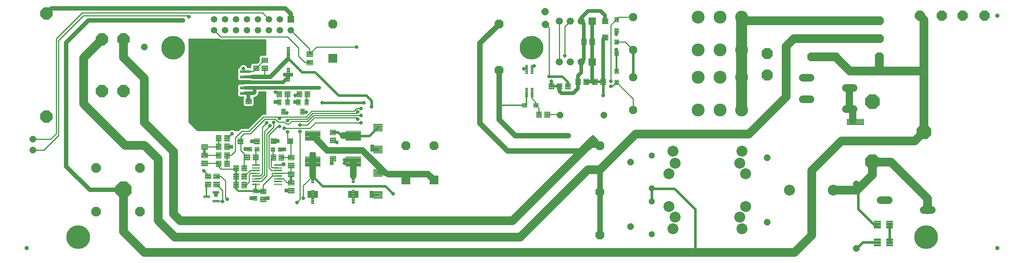
<source format=gtl>
G75*
%MOIN*%
%OFA0B0*%
%FSLAX25Y25*%
%IPPOS*%
%LPD*%
%AMOC8*
5,1,8,0,0,1.08239X$1,22.5*
%
%ADD10C,0.04000*%
%ADD11C,0.00413*%
%ADD12C,0.07087*%
%ADD13OC8,0.06000*%
%ADD14OC8,0.10000*%
%ADD15OC8,0.08268*%
%ADD16OC8,0.13386*%
%ADD17OC8,0.11268*%
%ADD18OC8,0.08600*%
%ADD19OC8,0.15000*%
%ADD20C,0.00394*%
%ADD21C,0.00409*%
%ADD22R,0.06600X0.06600*%
%ADD23C,0.06600*%
%ADD24R,0.05906X0.05906*%
%ADD25C,0.05906*%
%ADD26C,0.00396*%
%ADD27OC8,0.05906*%
%ADD28OC8,0.09055*%
%ADD29OC8,0.06496*%
%ADD30C,0.00406*%
%ADD31C,0.00386*%
%ADD32C,0.00100*%
%ADD33R,0.08268X0.08268*%
%ADD34C,0.00390*%
%ADD35C,0.00433*%
%ADD36C,0.00362*%
%ADD37OC8,0.05400*%
%ADD38C,0.00378*%
%ADD39C,0.11811*%
%ADD40C,0.07677*%
%ADD41C,0.10000*%
%ADD42C,0.00402*%
%ADD43C,0.00425*%
%ADD44C,0.21654*%
%ADD45C,0.08000*%
%ADD46C,0.05000*%
%ADD47C,0.01000*%
%ADD48OC8,0.03175*%
%ADD49C,0.04000*%
%ADD50C,0.01200*%
%ADD51C,0.02400*%
%ADD52C,0.06000*%
%ADD53C,0.01600*%
%ADD54C,0.10000*%
%ADD55C,0.02000*%
%ADD56R,0.03175X0.03175*%
%ADD57C,0.03200*%
%ADD58C,0.06600*%
%ADD59C,0.02800*%
D10*
X0109881Y0069957D03*
X0995707Y0069957D03*
X0995707Y0282555D03*
D11*
X0873488Y0182666D02*
X0858152Y0182666D01*
X0858152Y0188160D01*
X0873488Y0188160D01*
X0873488Y0182666D01*
X0873488Y0183078D02*
X0858152Y0183078D01*
X0858152Y0183490D02*
X0873488Y0183490D01*
X0873488Y0183902D02*
X0858152Y0183902D01*
X0858152Y0184314D02*
X0873488Y0184314D01*
X0873488Y0184726D02*
X0858152Y0184726D01*
X0858152Y0185138D02*
X0873488Y0185138D01*
X0873488Y0185550D02*
X0858152Y0185550D01*
X0858152Y0185962D02*
X0873488Y0185962D01*
X0873488Y0186374D02*
X0858152Y0186374D01*
X0858152Y0186786D02*
X0873488Y0186786D01*
X0873488Y0187198D02*
X0858152Y0187198D01*
X0858152Y0187610D02*
X0873488Y0187610D01*
X0873488Y0188022D02*
X0858152Y0188022D01*
X0858152Y0166131D02*
X0873488Y0166131D01*
X0858152Y0166131D02*
X0858152Y0171625D01*
X0873488Y0171625D01*
X0873488Y0166131D01*
X0873488Y0166543D02*
X0858152Y0166543D01*
X0858152Y0166955D02*
X0873488Y0166955D01*
X0873488Y0167367D02*
X0858152Y0167367D01*
X0858152Y0167779D02*
X0873488Y0167779D01*
X0873488Y0168191D02*
X0858152Y0168191D01*
X0858152Y0168603D02*
X0873488Y0168603D01*
X0873488Y0169015D02*
X0858152Y0169015D01*
X0858152Y0169427D02*
X0873488Y0169427D01*
X0873488Y0169839D02*
X0858152Y0169839D01*
X0858152Y0170251D02*
X0873488Y0170251D01*
X0873488Y0170663D02*
X0858152Y0170663D01*
X0858152Y0171075D02*
X0873488Y0171075D01*
X0873488Y0171487D02*
X0858152Y0171487D01*
D12*
X0857211Y0197118D02*
X0864298Y0197118D01*
X0824928Y0206173D02*
X0817841Y0206173D01*
X0857211Y0216618D02*
X0864298Y0216618D01*
X0824928Y0225673D02*
X0817841Y0225673D01*
X0889091Y0113923D02*
X0896178Y0113923D01*
X0928461Y0104868D02*
X0935548Y0104868D01*
D13*
X0867070Y0128396D03*
X0785570Y0152396D03*
X0660820Y0148646D03*
X0636570Y0191396D03*
X0596570Y0191396D03*
X0785570Y0093396D03*
X0867070Y0069396D03*
X0660820Y0089646D03*
X0217288Y0213927D03*
X0217288Y0253927D03*
D14*
X0785570Y0247988D03*
X0785570Y0228303D03*
D15*
X0826243Y0244860D03*
X0847896Y0244860D03*
X0887820Y0244860D03*
X0887820Y0261396D03*
X0847896Y0261396D03*
X0826243Y0261396D03*
X0826243Y0277931D03*
X0847896Y0277931D03*
X0887820Y0277931D03*
X0540806Y0274882D03*
X0540806Y0232559D03*
X0389231Y0274882D03*
X0455890Y0163632D03*
X0481481Y0163632D03*
X0633056Y0163632D03*
X0633056Y0121309D03*
X0633056Y0081742D03*
D16*
X0881534Y0148697D03*
X0928778Y0176256D03*
X0881534Y0203815D03*
D17*
X0198463Y0213657D03*
X0178778Y0213657D03*
X0127991Y0190035D03*
X0178778Y0260902D03*
X0198463Y0260902D03*
X0127991Y0284524D03*
D18*
X0173424Y0143106D03*
X0213424Y0143106D03*
X0213424Y0103106D03*
X0173424Y0103106D03*
D19*
X0198463Y0123106D03*
D20*
X0320091Y0124210D02*
X0320091Y0120274D01*
X0316549Y0120274D01*
X0316549Y0124210D01*
X0320091Y0124210D01*
X0320091Y0120667D02*
X0316549Y0120667D01*
X0316549Y0121060D02*
X0320091Y0121060D01*
X0320091Y0121453D02*
X0316549Y0121453D01*
X0316549Y0121846D02*
X0320091Y0121846D01*
X0320091Y0122239D02*
X0316549Y0122239D01*
X0316549Y0122632D02*
X0320091Y0122632D01*
X0320091Y0123025D02*
X0316549Y0123025D01*
X0316549Y0123418D02*
X0320091Y0123418D01*
X0320091Y0123811D02*
X0316549Y0123811D01*
X0316549Y0124204D02*
X0320091Y0124204D01*
X0320091Y0117517D02*
X0320091Y0113581D01*
X0316549Y0113581D01*
X0316549Y0117517D01*
X0320091Y0117517D01*
X0320091Y0113974D02*
X0316549Y0113974D01*
X0316549Y0114367D02*
X0320091Y0114367D01*
X0320091Y0114760D02*
X0316549Y0114760D01*
X0316549Y0115153D02*
X0320091Y0115153D01*
X0320091Y0115546D02*
X0316549Y0115546D01*
X0316549Y0115939D02*
X0320091Y0115939D01*
X0320091Y0116332D02*
X0316549Y0116332D01*
X0316549Y0116725D02*
X0320091Y0116725D01*
X0320091Y0117118D02*
X0316549Y0117118D01*
X0316549Y0117511D02*
X0320091Y0117511D01*
X0321884Y0162167D02*
X0317948Y0162167D01*
X0321884Y0162167D02*
X0321884Y0158625D01*
X0317948Y0158625D01*
X0317948Y0162167D01*
X0317948Y0159018D02*
X0321884Y0159018D01*
X0321884Y0159411D02*
X0317948Y0159411D01*
X0317948Y0159804D02*
X0321884Y0159804D01*
X0321884Y0160197D02*
X0317948Y0160197D01*
X0317948Y0160590D02*
X0321884Y0160590D01*
X0321884Y0160983D02*
X0317948Y0160983D01*
X0317948Y0161376D02*
X0321884Y0161376D01*
X0321884Y0161769D02*
X0317948Y0161769D01*
X0317948Y0162162D02*
X0321884Y0162162D01*
X0315191Y0162167D02*
X0311255Y0162167D01*
X0315191Y0162167D02*
X0315191Y0158625D01*
X0311255Y0158625D01*
X0311255Y0162167D01*
X0311255Y0159018D02*
X0315191Y0159018D01*
X0315191Y0159411D02*
X0311255Y0159411D01*
X0311255Y0159804D02*
X0315191Y0159804D01*
X0315191Y0160197D02*
X0311255Y0160197D01*
X0311255Y0160590D02*
X0315191Y0160590D01*
X0315191Y0160983D02*
X0311255Y0160983D01*
X0311255Y0161376D02*
X0315191Y0161376D01*
X0315191Y0161769D02*
X0311255Y0161769D01*
X0311255Y0162162D02*
X0315191Y0162162D01*
X0332505Y0158375D02*
X0336441Y0158375D01*
X0332505Y0158375D02*
X0332505Y0161917D01*
X0336441Y0161917D01*
X0336441Y0158375D01*
X0336441Y0158768D02*
X0332505Y0158768D01*
X0332505Y0159161D02*
X0336441Y0159161D01*
X0336441Y0159554D02*
X0332505Y0159554D01*
X0332505Y0159947D02*
X0336441Y0159947D01*
X0336441Y0160340D02*
X0332505Y0160340D01*
X0332505Y0160733D02*
X0336441Y0160733D01*
X0336441Y0161126D02*
X0332505Y0161126D01*
X0332505Y0161519D02*
X0336441Y0161519D01*
X0336441Y0161912D02*
X0332505Y0161912D01*
X0339198Y0158375D02*
X0343134Y0158375D01*
X0339198Y0158375D02*
X0339198Y0161917D01*
X0343134Y0161917D01*
X0343134Y0158375D01*
X0343134Y0158768D02*
X0339198Y0158768D01*
X0339198Y0159161D02*
X0343134Y0159161D01*
X0343134Y0159554D02*
X0339198Y0159554D01*
X0339198Y0159947D02*
X0343134Y0159947D01*
X0343134Y0160340D02*
X0339198Y0160340D01*
X0339198Y0160733D02*
X0343134Y0160733D01*
X0343134Y0161126D02*
X0339198Y0161126D01*
X0339198Y0161519D02*
X0343134Y0161519D01*
X0343134Y0161912D02*
X0339198Y0161912D01*
X0342299Y0197374D02*
X0345841Y0197374D01*
X0345841Y0192256D01*
X0342299Y0192256D01*
X0342299Y0197374D01*
X0342299Y0192649D02*
X0345841Y0192649D01*
X0345841Y0193042D02*
X0342299Y0193042D01*
X0342299Y0193435D02*
X0345841Y0193435D01*
X0345841Y0193828D02*
X0342299Y0193828D01*
X0342299Y0194221D02*
X0345841Y0194221D01*
X0345841Y0194614D02*
X0342299Y0194614D01*
X0342299Y0195007D02*
X0345841Y0195007D01*
X0345841Y0195400D02*
X0342299Y0195400D01*
X0342299Y0195793D02*
X0345841Y0195793D01*
X0345841Y0196186D02*
X0342299Y0196186D01*
X0342299Y0196579D02*
X0345841Y0196579D01*
X0345841Y0196972D02*
X0342299Y0196972D01*
X0342299Y0197365D02*
X0345841Y0197365D01*
X0346039Y0206035D02*
X0349581Y0206035D01*
X0349581Y0200917D01*
X0346039Y0200917D01*
X0346039Y0206035D01*
X0346039Y0201310D02*
X0349581Y0201310D01*
X0349581Y0201703D02*
X0346039Y0201703D01*
X0346039Y0202096D02*
X0349581Y0202096D01*
X0349581Y0202489D02*
X0346039Y0202489D01*
X0346039Y0202882D02*
X0349581Y0202882D01*
X0349581Y0203275D02*
X0346039Y0203275D01*
X0346039Y0203668D02*
X0349581Y0203668D01*
X0349581Y0204061D02*
X0346039Y0204061D01*
X0346039Y0204454D02*
X0349581Y0204454D01*
X0349581Y0204847D02*
X0346039Y0204847D01*
X0346039Y0205240D02*
X0349581Y0205240D01*
X0349581Y0205633D02*
X0346039Y0205633D01*
X0346039Y0206026D02*
X0349581Y0206026D01*
X0356058Y0206035D02*
X0359600Y0206035D01*
X0359600Y0200917D01*
X0356058Y0200917D01*
X0356058Y0206035D01*
X0356058Y0201310D02*
X0359600Y0201310D01*
X0359600Y0201703D02*
X0356058Y0201703D01*
X0356058Y0202096D02*
X0359600Y0202096D01*
X0359600Y0202489D02*
X0356058Y0202489D01*
X0356058Y0202882D02*
X0359600Y0202882D01*
X0359600Y0203275D02*
X0356058Y0203275D01*
X0356058Y0203668D02*
X0359600Y0203668D01*
X0359600Y0204061D02*
X0356058Y0204061D01*
X0356058Y0204454D02*
X0359600Y0204454D01*
X0359600Y0204847D02*
X0356058Y0204847D01*
X0356058Y0205240D02*
X0359600Y0205240D01*
X0359600Y0205633D02*
X0356058Y0205633D01*
X0356058Y0206026D02*
X0359600Y0206026D01*
X0363539Y0206035D02*
X0367081Y0206035D01*
X0367081Y0200917D01*
X0363539Y0200917D01*
X0363539Y0206035D01*
X0363539Y0201310D02*
X0367081Y0201310D01*
X0367081Y0201703D02*
X0363539Y0201703D01*
X0363539Y0202096D02*
X0367081Y0202096D01*
X0367081Y0202489D02*
X0363539Y0202489D01*
X0363539Y0202882D02*
X0367081Y0202882D01*
X0367081Y0203275D02*
X0363539Y0203275D01*
X0363539Y0203668D02*
X0367081Y0203668D01*
X0367081Y0204061D02*
X0363539Y0204061D01*
X0363539Y0204454D02*
X0367081Y0204454D01*
X0367081Y0204847D02*
X0363539Y0204847D01*
X0363539Y0205240D02*
X0367081Y0205240D01*
X0367081Y0205633D02*
X0363539Y0205633D01*
X0363539Y0206026D02*
X0367081Y0206026D01*
X0363341Y0197374D02*
X0359799Y0197374D01*
X0363341Y0197374D02*
X0363341Y0192256D01*
X0359799Y0192256D01*
X0359799Y0197374D01*
X0359799Y0192649D02*
X0363341Y0192649D01*
X0363341Y0193042D02*
X0359799Y0193042D01*
X0359799Y0193435D02*
X0363341Y0193435D01*
X0363341Y0193828D02*
X0359799Y0193828D01*
X0359799Y0194221D02*
X0363341Y0194221D01*
X0363341Y0194614D02*
X0359799Y0194614D01*
X0359799Y0195007D02*
X0363341Y0195007D01*
X0363341Y0195400D02*
X0359799Y0195400D01*
X0359799Y0195793D02*
X0363341Y0195793D01*
X0363341Y0196186D02*
X0359799Y0196186D01*
X0359799Y0196579D02*
X0363341Y0196579D01*
X0363341Y0196972D02*
X0359799Y0196972D01*
X0359799Y0197365D02*
X0363341Y0197365D01*
X0342100Y0206035D02*
X0338558Y0206035D01*
X0342100Y0206035D02*
X0342100Y0200917D01*
X0338558Y0200917D01*
X0338558Y0206035D01*
X0338558Y0201310D02*
X0342100Y0201310D01*
X0342100Y0201703D02*
X0338558Y0201703D01*
X0338558Y0202096D02*
X0342100Y0202096D01*
X0342100Y0202489D02*
X0338558Y0202489D01*
X0338558Y0202882D02*
X0342100Y0202882D01*
X0342100Y0203275D02*
X0338558Y0203275D01*
X0338558Y0203668D02*
X0342100Y0203668D01*
X0342100Y0204061D02*
X0338558Y0204061D01*
X0338558Y0204454D02*
X0342100Y0204454D01*
X0342100Y0204847D02*
X0338558Y0204847D01*
X0338558Y0205240D02*
X0342100Y0205240D01*
X0342100Y0205633D02*
X0338558Y0205633D01*
X0338558Y0206026D02*
X0342100Y0206026D01*
X0562036Y0198875D02*
X0566366Y0198875D01*
X0562036Y0198875D02*
X0562036Y0202417D01*
X0566366Y0202417D01*
X0566366Y0198875D01*
X0566366Y0199268D02*
X0562036Y0199268D01*
X0562036Y0199661D02*
X0566366Y0199661D01*
X0566366Y0200054D02*
X0562036Y0200054D01*
X0562036Y0200447D02*
X0566366Y0200447D01*
X0566366Y0200840D02*
X0562036Y0200840D01*
X0562036Y0201233D02*
X0566366Y0201233D01*
X0566366Y0201626D02*
X0562036Y0201626D01*
X0562036Y0202019D02*
X0566366Y0202019D01*
X0566366Y0202412D02*
X0562036Y0202412D01*
X0572273Y0198875D02*
X0576603Y0198875D01*
X0572273Y0198875D02*
X0572273Y0202417D01*
X0576603Y0202417D01*
X0576603Y0198875D01*
X0576603Y0199268D02*
X0572273Y0199268D01*
X0572273Y0199661D02*
X0576603Y0199661D01*
X0576603Y0200054D02*
X0572273Y0200054D01*
X0572273Y0200447D02*
X0576603Y0200447D01*
X0576603Y0200840D02*
X0572273Y0200840D01*
X0572273Y0201233D02*
X0576603Y0201233D01*
X0576603Y0201626D02*
X0572273Y0201626D01*
X0572273Y0202019D02*
X0576603Y0202019D01*
X0576603Y0202412D02*
X0572273Y0202412D01*
X0646299Y0219363D02*
X0646299Y0223693D01*
X0649841Y0223693D01*
X0649841Y0219363D01*
X0646299Y0219363D01*
X0646299Y0219756D02*
X0649841Y0219756D01*
X0649841Y0220149D02*
X0646299Y0220149D01*
X0646299Y0220542D02*
X0649841Y0220542D01*
X0649841Y0220935D02*
X0646299Y0220935D01*
X0646299Y0221328D02*
X0649841Y0221328D01*
X0649841Y0221721D02*
X0646299Y0221721D01*
X0646299Y0222114D02*
X0649841Y0222114D01*
X0649841Y0222507D02*
X0646299Y0222507D01*
X0646299Y0222900D02*
X0649841Y0222900D01*
X0649841Y0223293D02*
X0646299Y0223293D01*
X0646299Y0223686D02*
X0649841Y0223686D01*
X0646299Y0229599D02*
X0646299Y0233929D01*
X0649841Y0233929D01*
X0649841Y0229599D01*
X0646299Y0229599D01*
X0646299Y0229992D02*
X0649841Y0229992D01*
X0649841Y0230385D02*
X0646299Y0230385D01*
X0646299Y0230778D02*
X0649841Y0230778D01*
X0649841Y0231171D02*
X0646299Y0231171D01*
X0646299Y0231564D02*
X0649841Y0231564D01*
X0649841Y0231957D02*
X0646299Y0231957D01*
X0646299Y0232350D02*
X0649841Y0232350D01*
X0649841Y0232743D02*
X0646299Y0232743D01*
X0646299Y0233136D02*
X0649841Y0233136D01*
X0649841Y0233529D02*
X0646299Y0233529D01*
X0646299Y0233922D02*
X0649841Y0233922D01*
X0649841Y0246113D02*
X0649841Y0250443D01*
X0649841Y0246113D02*
X0646299Y0246113D01*
X0646299Y0250443D01*
X0649841Y0250443D01*
X0649841Y0246506D02*
X0646299Y0246506D01*
X0646299Y0246899D02*
X0649841Y0246899D01*
X0649841Y0247292D02*
X0646299Y0247292D01*
X0646299Y0247685D02*
X0649841Y0247685D01*
X0649841Y0248078D02*
X0646299Y0248078D01*
X0646299Y0248471D02*
X0649841Y0248471D01*
X0649841Y0248864D02*
X0646299Y0248864D01*
X0646299Y0249257D02*
X0649841Y0249257D01*
X0649841Y0249650D02*
X0646299Y0249650D01*
X0646299Y0250043D02*
X0649841Y0250043D01*
X0649841Y0250436D02*
X0646299Y0250436D01*
X0649841Y0256349D02*
X0649841Y0260679D01*
X0649841Y0256349D02*
X0646299Y0256349D01*
X0646299Y0260679D01*
X0649841Y0260679D01*
X0649841Y0256742D02*
X0646299Y0256742D01*
X0646299Y0257135D02*
X0649841Y0257135D01*
X0649841Y0257528D02*
X0646299Y0257528D01*
X0646299Y0257921D02*
X0649841Y0257921D01*
X0649841Y0258314D02*
X0646299Y0258314D01*
X0646299Y0258707D02*
X0649841Y0258707D01*
X0649841Y0259100D02*
X0646299Y0259100D01*
X0646299Y0259493D02*
X0649841Y0259493D01*
X0649841Y0259886D02*
X0646299Y0259886D01*
X0646299Y0260279D02*
X0649841Y0260279D01*
X0649841Y0260672D02*
X0646299Y0260672D01*
X0649841Y0266613D02*
X0649841Y0270943D01*
X0649841Y0266613D02*
X0646299Y0266613D01*
X0646299Y0270943D01*
X0649841Y0270943D01*
X0649841Y0267006D02*
X0646299Y0267006D01*
X0646299Y0267399D02*
X0649841Y0267399D01*
X0649841Y0267792D02*
X0646299Y0267792D01*
X0646299Y0268185D02*
X0649841Y0268185D01*
X0649841Y0268578D02*
X0646299Y0268578D01*
X0646299Y0268971D02*
X0649841Y0268971D01*
X0649841Y0269364D02*
X0646299Y0269364D01*
X0646299Y0269757D02*
X0649841Y0269757D01*
X0649841Y0270150D02*
X0646299Y0270150D01*
X0646299Y0270543D02*
X0649841Y0270543D01*
X0649841Y0270936D02*
X0646299Y0270936D01*
X0649841Y0276849D02*
X0649841Y0281179D01*
X0649841Y0276849D02*
X0646299Y0276849D01*
X0646299Y0281179D01*
X0649841Y0281179D01*
X0649841Y0277242D02*
X0646299Y0277242D01*
X0646299Y0277635D02*
X0649841Y0277635D01*
X0649841Y0278028D02*
X0646299Y0278028D01*
X0646299Y0278421D02*
X0649841Y0278421D01*
X0649841Y0278814D02*
X0646299Y0278814D01*
X0646299Y0279207D02*
X0649841Y0279207D01*
X0649841Y0279600D02*
X0646299Y0279600D01*
X0646299Y0279993D02*
X0649841Y0279993D01*
X0649841Y0280386D02*
X0646299Y0280386D01*
X0646299Y0280779D02*
X0649841Y0280779D01*
X0649841Y0281172D02*
X0646299Y0281172D01*
D21*
X0628165Y0256147D02*
X0623455Y0256147D01*
X0623455Y0261645D01*
X0628165Y0261645D01*
X0628165Y0256147D01*
X0628165Y0256555D02*
X0623455Y0256555D01*
X0623455Y0256963D02*
X0628165Y0256963D01*
X0628165Y0257371D02*
X0623455Y0257371D01*
X0623455Y0257779D02*
X0628165Y0257779D01*
X0628165Y0258187D02*
X0623455Y0258187D01*
X0623455Y0258595D02*
X0628165Y0258595D01*
X0628165Y0259003D02*
X0623455Y0259003D01*
X0623455Y0259411D02*
X0628165Y0259411D01*
X0628165Y0259819D02*
X0623455Y0259819D01*
X0623455Y0260227D02*
X0628165Y0260227D01*
X0628165Y0260635D02*
X0623455Y0260635D01*
X0623455Y0261043D02*
X0628165Y0261043D01*
X0628165Y0261451D02*
X0623455Y0261451D01*
X0620684Y0256147D02*
X0615974Y0256147D01*
X0615974Y0261645D01*
X0620684Y0261645D01*
X0620684Y0256147D01*
X0620684Y0256555D02*
X0615974Y0256555D01*
X0615974Y0256963D02*
X0620684Y0256963D01*
X0620684Y0257371D02*
X0615974Y0257371D01*
X0615974Y0257779D02*
X0620684Y0257779D01*
X0620684Y0258187D02*
X0615974Y0258187D01*
X0615974Y0258595D02*
X0620684Y0258595D01*
X0620684Y0259003D02*
X0615974Y0259003D01*
X0615974Y0259411D02*
X0620684Y0259411D01*
X0620684Y0259819D02*
X0615974Y0259819D01*
X0615974Y0260227D02*
X0620684Y0260227D01*
X0620684Y0260635D02*
X0615974Y0260635D01*
X0615974Y0261043D02*
X0620684Y0261043D01*
X0620684Y0261451D02*
X0615974Y0261451D01*
X0615184Y0219397D02*
X0610474Y0219397D01*
X0610474Y0224895D01*
X0615184Y0224895D01*
X0615184Y0219397D01*
X0615184Y0219805D02*
X0610474Y0219805D01*
X0610474Y0220213D02*
X0615184Y0220213D01*
X0615184Y0220621D02*
X0610474Y0220621D01*
X0610474Y0221029D02*
X0615184Y0221029D01*
X0615184Y0221437D02*
X0610474Y0221437D01*
X0610474Y0221845D02*
X0615184Y0221845D01*
X0615184Y0222253D02*
X0610474Y0222253D01*
X0610474Y0222661D02*
X0615184Y0222661D01*
X0615184Y0223069D02*
X0610474Y0223069D01*
X0610474Y0223477D02*
X0615184Y0223477D01*
X0615184Y0223885D02*
X0610474Y0223885D01*
X0610474Y0224293D02*
X0615184Y0224293D01*
X0615184Y0224701D02*
X0610474Y0224701D01*
X0617955Y0219397D02*
X0622665Y0219397D01*
X0617955Y0219397D02*
X0617955Y0224895D01*
X0622665Y0224895D01*
X0622665Y0219397D01*
X0622665Y0219805D02*
X0617955Y0219805D01*
X0617955Y0220213D02*
X0622665Y0220213D01*
X0622665Y0220621D02*
X0617955Y0220621D01*
X0617955Y0221029D02*
X0622665Y0221029D01*
X0622665Y0221437D02*
X0617955Y0221437D01*
X0617955Y0221845D02*
X0622665Y0221845D01*
X0622665Y0222253D02*
X0617955Y0222253D01*
X0617955Y0222661D02*
X0622665Y0222661D01*
X0622665Y0223069D02*
X0617955Y0223069D01*
X0617955Y0223477D02*
X0622665Y0223477D01*
X0622665Y0223885D02*
X0617955Y0223885D01*
X0617955Y0224293D02*
X0622665Y0224293D01*
X0622665Y0224701D02*
X0617955Y0224701D01*
X0625974Y0224895D02*
X0630684Y0224895D01*
X0630684Y0219397D01*
X0625974Y0219397D01*
X0625974Y0224895D01*
X0625974Y0219805D02*
X0630684Y0219805D01*
X0630684Y0220213D02*
X0625974Y0220213D01*
X0625974Y0220621D02*
X0630684Y0220621D01*
X0630684Y0221029D02*
X0625974Y0221029D01*
X0625974Y0221437D02*
X0630684Y0221437D01*
X0630684Y0221845D02*
X0625974Y0221845D01*
X0625974Y0222253D02*
X0630684Y0222253D01*
X0630684Y0222661D02*
X0625974Y0222661D01*
X0625974Y0223069D02*
X0630684Y0223069D01*
X0630684Y0223477D02*
X0625974Y0223477D01*
X0625974Y0223885D02*
X0630684Y0223885D01*
X0630684Y0224293D02*
X0625974Y0224293D01*
X0625974Y0224701D02*
X0630684Y0224701D01*
X0633455Y0224895D02*
X0638165Y0224895D01*
X0638165Y0219397D01*
X0633455Y0219397D01*
X0633455Y0224895D01*
X0633455Y0219805D02*
X0638165Y0219805D01*
X0638165Y0220213D02*
X0633455Y0220213D01*
X0633455Y0220621D02*
X0638165Y0220621D01*
X0638165Y0221029D02*
X0633455Y0221029D01*
X0633455Y0221437D02*
X0638165Y0221437D01*
X0638165Y0221845D02*
X0633455Y0221845D01*
X0633455Y0222253D02*
X0638165Y0222253D01*
X0638165Y0222661D02*
X0633455Y0222661D01*
X0633455Y0223069D02*
X0638165Y0223069D01*
X0638165Y0223477D02*
X0633455Y0223477D01*
X0633455Y0223885D02*
X0638165Y0223885D01*
X0638165Y0224293D02*
X0633455Y0224293D01*
X0633455Y0224701D02*
X0638165Y0224701D01*
X0605905Y0220895D02*
X0601195Y0220895D01*
X0605905Y0220895D02*
X0605905Y0215397D01*
X0601195Y0215397D01*
X0601195Y0220895D01*
X0601195Y0215805D02*
X0605905Y0215805D01*
X0605905Y0216213D02*
X0601195Y0216213D01*
X0601195Y0216621D02*
X0605905Y0216621D01*
X0605905Y0217029D02*
X0601195Y0217029D01*
X0601195Y0217437D02*
X0605905Y0217437D01*
X0605905Y0217845D02*
X0601195Y0217845D01*
X0601195Y0218253D02*
X0605905Y0218253D01*
X0605905Y0218661D02*
X0601195Y0218661D01*
X0601195Y0219069D02*
X0605905Y0219069D01*
X0605905Y0219477D02*
X0601195Y0219477D01*
X0601195Y0219885D02*
X0605905Y0219885D01*
X0605905Y0220293D02*
X0601195Y0220293D01*
X0601195Y0220701D02*
X0605905Y0220701D01*
X0598425Y0220895D02*
X0593715Y0220895D01*
X0598425Y0220895D02*
X0598425Y0215397D01*
X0593715Y0215397D01*
X0593715Y0220895D01*
X0593715Y0215805D02*
X0598425Y0215805D01*
X0598425Y0216213D02*
X0593715Y0216213D01*
X0593715Y0216621D02*
X0598425Y0216621D01*
X0598425Y0217029D02*
X0593715Y0217029D01*
X0593715Y0217437D02*
X0598425Y0217437D01*
X0598425Y0217845D02*
X0593715Y0217845D01*
X0593715Y0218253D02*
X0598425Y0218253D01*
X0598425Y0218661D02*
X0593715Y0218661D01*
X0593715Y0219069D02*
X0598425Y0219069D01*
X0598425Y0219477D02*
X0593715Y0219477D01*
X0593715Y0219885D02*
X0598425Y0219885D01*
X0598425Y0220293D02*
X0593715Y0220293D01*
X0593715Y0220701D02*
X0598425Y0220701D01*
X0590944Y0220895D02*
X0586234Y0220895D01*
X0590944Y0220895D02*
X0590944Y0215397D01*
X0586234Y0215397D01*
X0586234Y0220895D01*
X0586234Y0215805D02*
X0590944Y0215805D01*
X0590944Y0216213D02*
X0586234Y0216213D01*
X0586234Y0216621D02*
X0590944Y0216621D01*
X0590944Y0217029D02*
X0586234Y0217029D01*
X0586234Y0217437D02*
X0590944Y0217437D01*
X0590944Y0217845D02*
X0586234Y0217845D01*
X0586234Y0218253D02*
X0590944Y0218253D01*
X0590944Y0218661D02*
X0586234Y0218661D01*
X0586234Y0219069D02*
X0590944Y0219069D01*
X0590944Y0219477D02*
X0586234Y0219477D01*
X0586234Y0219885D02*
X0590944Y0219885D01*
X0590944Y0220293D02*
X0586234Y0220293D01*
X0586234Y0220701D02*
X0590944Y0220701D01*
X0587165Y0194895D02*
X0582455Y0194895D01*
X0587165Y0194895D02*
X0587165Y0189397D01*
X0582455Y0189397D01*
X0582455Y0194895D01*
X0582455Y0189805D02*
X0587165Y0189805D01*
X0587165Y0190213D02*
X0582455Y0190213D01*
X0582455Y0190621D02*
X0587165Y0190621D01*
X0587165Y0191029D02*
X0582455Y0191029D01*
X0582455Y0191437D02*
X0587165Y0191437D01*
X0587165Y0191845D02*
X0582455Y0191845D01*
X0582455Y0192253D02*
X0587165Y0192253D01*
X0587165Y0192661D02*
X0582455Y0192661D01*
X0582455Y0193069D02*
X0587165Y0193069D01*
X0587165Y0193477D02*
X0582455Y0193477D01*
X0582455Y0193885D02*
X0587165Y0193885D01*
X0587165Y0194293D02*
X0582455Y0194293D01*
X0582455Y0194701D02*
X0587165Y0194701D01*
X0579684Y0194895D02*
X0574974Y0194895D01*
X0579684Y0194895D02*
X0579684Y0189397D01*
X0574974Y0189397D01*
X0574974Y0194895D01*
X0574974Y0189805D02*
X0579684Y0189805D01*
X0579684Y0190213D02*
X0574974Y0190213D01*
X0574974Y0190621D02*
X0579684Y0190621D01*
X0579684Y0191029D02*
X0574974Y0191029D01*
X0574974Y0191437D02*
X0579684Y0191437D01*
X0579684Y0191845D02*
X0574974Y0191845D01*
X0574974Y0192253D02*
X0579684Y0192253D01*
X0579684Y0192661D02*
X0574974Y0192661D01*
X0574974Y0193069D02*
X0579684Y0193069D01*
X0579684Y0193477D02*
X0574974Y0193477D01*
X0574974Y0193885D02*
X0579684Y0193885D01*
X0579684Y0194293D02*
X0574974Y0194293D01*
X0574974Y0194701D02*
X0579684Y0194701D01*
X0386571Y0178241D02*
X0386571Y0173531D01*
X0386571Y0178241D02*
X0392069Y0178241D01*
X0392069Y0173531D01*
X0386571Y0173531D01*
X0386571Y0173939D02*
X0392069Y0173939D01*
X0392069Y0174347D02*
X0386571Y0174347D01*
X0386571Y0174755D02*
X0392069Y0174755D01*
X0392069Y0175163D02*
X0386571Y0175163D01*
X0386571Y0175571D02*
X0392069Y0175571D01*
X0392069Y0175979D02*
X0386571Y0175979D01*
X0386571Y0176387D02*
X0392069Y0176387D01*
X0392069Y0176795D02*
X0386571Y0176795D01*
X0386571Y0177203D02*
X0392069Y0177203D01*
X0392069Y0177611D02*
X0386571Y0177611D01*
X0386571Y0178019D02*
X0392069Y0178019D01*
X0386571Y0170761D02*
X0386571Y0166051D01*
X0386571Y0170761D02*
X0392069Y0170761D01*
X0392069Y0166051D01*
X0386571Y0166051D01*
X0386571Y0166459D02*
X0392069Y0166459D01*
X0392069Y0166867D02*
X0386571Y0166867D01*
X0386571Y0167275D02*
X0392069Y0167275D01*
X0392069Y0167683D02*
X0386571Y0167683D01*
X0386571Y0168091D02*
X0392069Y0168091D01*
X0392069Y0168499D02*
X0386571Y0168499D01*
X0386571Y0168907D02*
X0392069Y0168907D01*
X0392069Y0169315D02*
X0386571Y0169315D01*
X0386571Y0169723D02*
X0392069Y0169723D01*
X0392069Y0170131D02*
X0386571Y0170131D01*
X0386571Y0170539D02*
X0392069Y0170539D01*
X0386571Y0161491D02*
X0386571Y0156781D01*
X0386571Y0161491D02*
X0392069Y0161491D01*
X0392069Y0156781D01*
X0386571Y0156781D01*
X0386571Y0157189D02*
X0392069Y0157189D01*
X0392069Y0157597D02*
X0386571Y0157597D01*
X0386571Y0158005D02*
X0392069Y0158005D01*
X0392069Y0158413D02*
X0386571Y0158413D01*
X0386571Y0158821D02*
X0392069Y0158821D01*
X0392069Y0159229D02*
X0386571Y0159229D01*
X0386571Y0159637D02*
X0392069Y0159637D01*
X0392069Y0160045D02*
X0386571Y0160045D01*
X0386571Y0160453D02*
X0392069Y0160453D01*
X0392069Y0160861D02*
X0386571Y0160861D01*
X0386571Y0161269D02*
X0392069Y0161269D01*
X0386571Y0154011D02*
X0386571Y0149301D01*
X0386571Y0154011D02*
X0392069Y0154011D01*
X0392069Y0149301D01*
X0386571Y0149301D01*
X0386571Y0149709D02*
X0392069Y0149709D01*
X0392069Y0150117D02*
X0386571Y0150117D01*
X0386571Y0150525D02*
X0392069Y0150525D01*
X0392069Y0150933D02*
X0386571Y0150933D01*
X0386571Y0151341D02*
X0392069Y0151341D01*
X0392069Y0151749D02*
X0386571Y0151749D01*
X0386571Y0152157D02*
X0392069Y0152157D01*
X0392069Y0152565D02*
X0386571Y0152565D01*
X0386571Y0152973D02*
X0392069Y0152973D01*
X0392069Y0153381D02*
X0386571Y0153381D01*
X0386571Y0153789D02*
X0392069Y0153789D01*
X0348321Y0155241D02*
X0348321Y0150531D01*
X0348321Y0155241D02*
X0353819Y0155241D01*
X0353819Y0150531D01*
X0348321Y0150531D01*
X0348321Y0150939D02*
X0353819Y0150939D01*
X0353819Y0151347D02*
X0348321Y0151347D01*
X0348321Y0151755D02*
X0353819Y0151755D01*
X0353819Y0152163D02*
X0348321Y0152163D01*
X0348321Y0152571D02*
X0353819Y0152571D01*
X0353819Y0152979D02*
X0348321Y0152979D01*
X0348321Y0153387D02*
X0353819Y0153387D01*
X0353819Y0153795D02*
X0348321Y0153795D01*
X0348321Y0154203D02*
X0353819Y0154203D01*
X0353819Y0154611D02*
X0348321Y0154611D01*
X0348321Y0155019D02*
X0353819Y0155019D01*
X0344665Y0150147D02*
X0339955Y0150147D01*
X0339955Y0155645D01*
X0344665Y0155645D01*
X0344665Y0150147D01*
X0344665Y0150555D02*
X0339955Y0150555D01*
X0339955Y0150963D02*
X0344665Y0150963D01*
X0344665Y0151371D02*
X0339955Y0151371D01*
X0339955Y0151779D02*
X0344665Y0151779D01*
X0344665Y0152187D02*
X0339955Y0152187D01*
X0339955Y0152595D02*
X0344665Y0152595D01*
X0344665Y0153003D02*
X0339955Y0153003D01*
X0339955Y0153411D02*
X0344665Y0153411D01*
X0344665Y0153819D02*
X0339955Y0153819D01*
X0339955Y0154227D02*
X0344665Y0154227D01*
X0344665Y0154635D02*
X0339955Y0154635D01*
X0339955Y0155043D02*
X0344665Y0155043D01*
X0344665Y0155451D02*
X0339955Y0155451D01*
X0337184Y0150147D02*
X0332474Y0150147D01*
X0332474Y0155645D01*
X0337184Y0155645D01*
X0337184Y0150147D01*
X0337184Y0150555D02*
X0332474Y0150555D01*
X0332474Y0150963D02*
X0337184Y0150963D01*
X0337184Y0151371D02*
X0332474Y0151371D01*
X0332474Y0151779D02*
X0337184Y0151779D01*
X0337184Y0152187D02*
X0332474Y0152187D01*
X0332474Y0152595D02*
X0337184Y0152595D01*
X0337184Y0153003D02*
X0332474Y0153003D01*
X0332474Y0153411D02*
X0337184Y0153411D01*
X0337184Y0153819D02*
X0332474Y0153819D01*
X0332474Y0154227D02*
X0337184Y0154227D01*
X0337184Y0154635D02*
X0332474Y0154635D01*
X0332474Y0155043D02*
X0337184Y0155043D01*
X0337184Y0155451D02*
X0332474Y0155451D01*
X0321165Y0155895D02*
X0316455Y0155895D01*
X0321165Y0155895D02*
X0321165Y0150397D01*
X0316455Y0150397D01*
X0316455Y0155895D01*
X0316455Y0150805D02*
X0321165Y0150805D01*
X0321165Y0151213D02*
X0316455Y0151213D01*
X0316455Y0151621D02*
X0321165Y0151621D01*
X0321165Y0152029D02*
X0316455Y0152029D01*
X0316455Y0152437D02*
X0321165Y0152437D01*
X0321165Y0152845D02*
X0316455Y0152845D01*
X0316455Y0153253D02*
X0321165Y0153253D01*
X0321165Y0153661D02*
X0316455Y0153661D01*
X0316455Y0154069D02*
X0321165Y0154069D01*
X0321165Y0154477D02*
X0316455Y0154477D01*
X0316455Y0154885D02*
X0321165Y0154885D01*
X0321165Y0155293D02*
X0316455Y0155293D01*
X0316455Y0155701D02*
X0321165Y0155701D01*
X0313684Y0155895D02*
X0308974Y0155895D01*
X0313684Y0155895D02*
X0313684Y0150397D01*
X0308974Y0150397D01*
X0308974Y0155895D01*
X0308974Y0150805D02*
X0313684Y0150805D01*
X0313684Y0151213D02*
X0308974Y0151213D01*
X0308974Y0151621D02*
X0313684Y0151621D01*
X0313684Y0152029D02*
X0308974Y0152029D01*
X0308974Y0152437D02*
X0313684Y0152437D01*
X0313684Y0152845D02*
X0308974Y0152845D01*
X0308974Y0153253D02*
X0313684Y0153253D01*
X0313684Y0153661D02*
X0308974Y0153661D01*
X0308974Y0154069D02*
X0313684Y0154069D01*
X0313684Y0154477D02*
X0308974Y0154477D01*
X0308974Y0154885D02*
X0313684Y0154885D01*
X0313684Y0155293D02*
X0308974Y0155293D01*
X0308974Y0155701D02*
X0313684Y0155701D01*
X0294915Y0152147D02*
X0290205Y0152147D01*
X0290205Y0157645D01*
X0294915Y0157645D01*
X0294915Y0152147D01*
X0294915Y0152555D02*
X0290205Y0152555D01*
X0290205Y0152963D02*
X0294915Y0152963D01*
X0294915Y0153371D02*
X0290205Y0153371D01*
X0290205Y0153779D02*
X0294915Y0153779D01*
X0294915Y0154187D02*
X0290205Y0154187D01*
X0290205Y0154595D02*
X0294915Y0154595D01*
X0294915Y0155003D02*
X0290205Y0155003D01*
X0290205Y0155411D02*
X0294915Y0155411D01*
X0294915Y0155819D02*
X0290205Y0155819D01*
X0290205Y0156227D02*
X0294915Y0156227D01*
X0294915Y0156635D02*
X0290205Y0156635D01*
X0290205Y0157043D02*
X0294915Y0157043D01*
X0294915Y0157451D02*
X0290205Y0157451D01*
X0287434Y0152147D02*
X0282724Y0152147D01*
X0282724Y0157645D01*
X0287434Y0157645D01*
X0287434Y0152147D01*
X0287434Y0152555D02*
X0282724Y0152555D01*
X0282724Y0152963D02*
X0287434Y0152963D01*
X0287434Y0153371D02*
X0282724Y0153371D01*
X0282724Y0153779D02*
X0287434Y0153779D01*
X0287434Y0154187D02*
X0282724Y0154187D01*
X0282724Y0154595D02*
X0287434Y0154595D01*
X0287434Y0155003D02*
X0282724Y0155003D01*
X0282724Y0155411D02*
X0287434Y0155411D01*
X0287434Y0155819D02*
X0282724Y0155819D01*
X0282724Y0156227D02*
X0287434Y0156227D01*
X0287434Y0156635D02*
X0282724Y0156635D01*
X0282724Y0157043D02*
X0287434Y0157043D01*
X0287434Y0157451D02*
X0282724Y0157451D01*
X0274819Y0157251D02*
X0274819Y0152541D01*
X0269321Y0152541D01*
X0269321Y0157251D01*
X0274819Y0157251D01*
X0274819Y0152949D02*
X0269321Y0152949D01*
X0269321Y0153357D02*
X0274819Y0153357D01*
X0274819Y0153765D02*
X0269321Y0153765D01*
X0269321Y0154173D02*
X0274819Y0154173D01*
X0274819Y0154581D02*
X0269321Y0154581D01*
X0269321Y0154989D02*
X0274819Y0154989D01*
X0274819Y0155397D02*
X0269321Y0155397D01*
X0269321Y0155805D02*
X0274819Y0155805D01*
X0274819Y0156213D02*
X0269321Y0156213D01*
X0269321Y0156621D02*
X0274819Y0156621D01*
X0274819Y0157029D02*
X0269321Y0157029D01*
X0274819Y0160021D02*
X0274819Y0164731D01*
X0274819Y0160021D02*
X0269321Y0160021D01*
X0269321Y0164731D01*
X0274819Y0164731D01*
X0274819Y0160429D02*
X0269321Y0160429D01*
X0269321Y0160837D02*
X0274819Y0160837D01*
X0274819Y0161245D02*
X0269321Y0161245D01*
X0269321Y0161653D02*
X0274819Y0161653D01*
X0274819Y0162061D02*
X0269321Y0162061D01*
X0269321Y0162469D02*
X0274819Y0162469D01*
X0274819Y0162877D02*
X0269321Y0162877D01*
X0269321Y0163285D02*
X0274819Y0163285D01*
X0274819Y0163693D02*
X0269321Y0163693D01*
X0269321Y0164101D02*
X0274819Y0164101D01*
X0274819Y0164509D02*
X0269321Y0164509D01*
X0282724Y0159897D02*
X0287434Y0159897D01*
X0282724Y0159897D02*
X0282724Y0165395D01*
X0287434Y0165395D01*
X0287434Y0159897D01*
X0287434Y0160305D02*
X0282724Y0160305D01*
X0282724Y0160713D02*
X0287434Y0160713D01*
X0287434Y0161121D02*
X0282724Y0161121D01*
X0282724Y0161529D02*
X0287434Y0161529D01*
X0287434Y0161937D02*
X0282724Y0161937D01*
X0282724Y0162345D02*
X0287434Y0162345D01*
X0287434Y0162753D02*
X0282724Y0162753D01*
X0282724Y0163161D02*
X0287434Y0163161D01*
X0287434Y0163569D02*
X0282724Y0163569D01*
X0282724Y0163977D02*
X0287434Y0163977D01*
X0287434Y0164385D02*
X0282724Y0164385D01*
X0282724Y0164793D02*
X0287434Y0164793D01*
X0287434Y0165201D02*
X0282724Y0165201D01*
X0290205Y0159897D02*
X0294915Y0159897D01*
X0290205Y0159897D02*
X0290205Y0165395D01*
X0294915Y0165395D01*
X0294915Y0159897D01*
X0294915Y0160305D02*
X0290205Y0160305D01*
X0290205Y0160713D02*
X0294915Y0160713D01*
X0294915Y0161121D02*
X0290205Y0161121D01*
X0290205Y0161529D02*
X0294915Y0161529D01*
X0294915Y0161937D02*
X0290205Y0161937D01*
X0290205Y0162345D02*
X0294915Y0162345D01*
X0294915Y0162753D02*
X0290205Y0162753D01*
X0290205Y0163161D02*
X0294915Y0163161D01*
X0294915Y0163569D02*
X0290205Y0163569D01*
X0290205Y0163977D02*
X0294915Y0163977D01*
X0294915Y0164385D02*
X0290205Y0164385D01*
X0290205Y0164793D02*
X0294915Y0164793D01*
X0294915Y0165201D02*
X0290205Y0165201D01*
X0290205Y0173145D02*
X0294915Y0173145D01*
X0294915Y0167647D01*
X0290205Y0167647D01*
X0290205Y0173145D01*
X0290205Y0168055D02*
X0294915Y0168055D01*
X0294915Y0168463D02*
X0290205Y0168463D01*
X0290205Y0168871D02*
X0294915Y0168871D01*
X0294915Y0169279D02*
X0290205Y0169279D01*
X0290205Y0169687D02*
X0294915Y0169687D01*
X0294915Y0170095D02*
X0290205Y0170095D01*
X0290205Y0170503D02*
X0294915Y0170503D01*
X0294915Y0170911D02*
X0290205Y0170911D01*
X0290205Y0171319D02*
X0294915Y0171319D01*
X0294915Y0171727D02*
X0290205Y0171727D01*
X0290205Y0172135D02*
X0294915Y0172135D01*
X0294915Y0172543D02*
X0290205Y0172543D01*
X0290205Y0172951D02*
X0294915Y0172951D01*
X0287434Y0173145D02*
X0282724Y0173145D01*
X0287434Y0173145D02*
X0287434Y0167647D01*
X0282724Y0167647D01*
X0282724Y0173145D01*
X0282724Y0168055D02*
X0287434Y0168055D01*
X0287434Y0168463D02*
X0282724Y0168463D01*
X0282724Y0168871D02*
X0287434Y0168871D01*
X0287434Y0169279D02*
X0282724Y0169279D01*
X0282724Y0169687D02*
X0287434Y0169687D01*
X0287434Y0170095D02*
X0282724Y0170095D01*
X0282724Y0170503D02*
X0287434Y0170503D01*
X0287434Y0170911D02*
X0282724Y0170911D01*
X0282724Y0171319D02*
X0287434Y0171319D01*
X0287434Y0171727D02*
X0282724Y0171727D01*
X0282724Y0172135D02*
X0287434Y0172135D01*
X0287434Y0172543D02*
X0282724Y0172543D01*
X0282724Y0172951D02*
X0287434Y0172951D01*
X0309571Y0194301D02*
X0309571Y0199011D01*
X0315069Y0199011D01*
X0315069Y0194301D01*
X0309571Y0194301D01*
X0309571Y0194709D02*
X0315069Y0194709D01*
X0315069Y0195117D02*
X0309571Y0195117D01*
X0309571Y0195525D02*
X0315069Y0195525D01*
X0315069Y0195933D02*
X0309571Y0195933D01*
X0309571Y0196341D02*
X0315069Y0196341D01*
X0315069Y0196749D02*
X0309571Y0196749D01*
X0309571Y0197157D02*
X0315069Y0197157D01*
X0315069Y0197565D02*
X0309571Y0197565D01*
X0309571Y0197973D02*
X0315069Y0197973D01*
X0315069Y0198381D02*
X0309571Y0198381D01*
X0309571Y0198789D02*
X0315069Y0198789D01*
X0309571Y0201781D02*
X0309571Y0206491D01*
X0315069Y0206491D01*
X0315069Y0201781D01*
X0309571Y0201781D01*
X0309571Y0202189D02*
X0315069Y0202189D01*
X0315069Y0202597D02*
X0309571Y0202597D01*
X0309571Y0203005D02*
X0315069Y0203005D01*
X0315069Y0203413D02*
X0309571Y0203413D01*
X0309571Y0203821D02*
X0315069Y0203821D01*
X0315069Y0204229D02*
X0309571Y0204229D01*
X0309571Y0204637D02*
X0315069Y0204637D01*
X0315069Y0205045D02*
X0309571Y0205045D01*
X0309571Y0205453D02*
X0315069Y0205453D01*
X0315069Y0205861D02*
X0309571Y0205861D01*
X0309571Y0206269D02*
X0315069Y0206269D01*
X0337974Y0213645D02*
X0342684Y0213645D01*
X0342684Y0208147D01*
X0337974Y0208147D01*
X0337974Y0213645D01*
X0337974Y0208555D02*
X0342684Y0208555D01*
X0342684Y0208963D02*
X0337974Y0208963D01*
X0337974Y0209371D02*
X0342684Y0209371D01*
X0342684Y0209779D02*
X0337974Y0209779D01*
X0337974Y0210187D02*
X0342684Y0210187D01*
X0342684Y0210595D02*
X0337974Y0210595D01*
X0337974Y0211003D02*
X0342684Y0211003D01*
X0342684Y0211411D02*
X0337974Y0211411D01*
X0337974Y0211819D02*
X0342684Y0211819D01*
X0342684Y0212227D02*
X0337974Y0212227D01*
X0337974Y0212635D02*
X0342684Y0212635D01*
X0342684Y0213043D02*
X0337974Y0213043D01*
X0337974Y0213451D02*
X0342684Y0213451D01*
X0345455Y0213645D02*
X0350165Y0213645D01*
X0350165Y0208147D01*
X0345455Y0208147D01*
X0345455Y0213645D01*
X0345455Y0208555D02*
X0350165Y0208555D01*
X0350165Y0208963D02*
X0345455Y0208963D01*
X0345455Y0209371D02*
X0350165Y0209371D01*
X0350165Y0209779D02*
X0345455Y0209779D01*
X0345455Y0210187D02*
X0350165Y0210187D01*
X0350165Y0210595D02*
X0345455Y0210595D01*
X0345455Y0211003D02*
X0350165Y0211003D01*
X0350165Y0211411D02*
X0345455Y0211411D01*
X0345455Y0211819D02*
X0350165Y0211819D01*
X0350165Y0212227D02*
X0345455Y0212227D01*
X0345455Y0212635D02*
X0350165Y0212635D01*
X0350165Y0213043D02*
X0345455Y0213043D01*
X0345455Y0213451D02*
X0350165Y0213451D01*
X0356224Y0213645D02*
X0360934Y0213645D01*
X0360934Y0208147D01*
X0356224Y0208147D01*
X0356224Y0213645D01*
X0356224Y0208555D02*
X0360934Y0208555D01*
X0360934Y0208963D02*
X0356224Y0208963D01*
X0356224Y0209371D02*
X0360934Y0209371D01*
X0360934Y0209779D02*
X0356224Y0209779D01*
X0356224Y0210187D02*
X0360934Y0210187D01*
X0360934Y0210595D02*
X0356224Y0210595D01*
X0356224Y0211003D02*
X0360934Y0211003D01*
X0360934Y0211411D02*
X0356224Y0211411D01*
X0356224Y0211819D02*
X0360934Y0211819D01*
X0360934Y0212227D02*
X0356224Y0212227D01*
X0356224Y0212635D02*
X0360934Y0212635D01*
X0360934Y0213043D02*
X0356224Y0213043D01*
X0356224Y0213451D02*
X0360934Y0213451D01*
X0363705Y0213645D02*
X0368415Y0213645D01*
X0368415Y0208147D01*
X0363705Y0208147D01*
X0363705Y0213645D01*
X0363705Y0208555D02*
X0368415Y0208555D01*
X0368415Y0208963D02*
X0363705Y0208963D01*
X0363705Y0209371D02*
X0368415Y0209371D01*
X0368415Y0209779D02*
X0363705Y0209779D01*
X0363705Y0210187D02*
X0368415Y0210187D01*
X0368415Y0210595D02*
X0363705Y0210595D01*
X0363705Y0211003D02*
X0368415Y0211003D01*
X0368415Y0211411D02*
X0363705Y0211411D01*
X0363705Y0211819D02*
X0368415Y0211819D01*
X0368415Y0212227D02*
X0363705Y0212227D01*
X0363705Y0212635D02*
X0368415Y0212635D01*
X0368415Y0213043D02*
X0363705Y0213043D01*
X0363705Y0213451D02*
X0368415Y0213451D01*
X0329819Y0232051D02*
X0329819Y0236761D01*
X0329819Y0232051D02*
X0324321Y0232051D01*
X0324321Y0236761D01*
X0329819Y0236761D01*
X0329819Y0232459D02*
X0324321Y0232459D01*
X0324321Y0232867D02*
X0329819Y0232867D01*
X0329819Y0233275D02*
X0324321Y0233275D01*
X0324321Y0233683D02*
X0329819Y0233683D01*
X0329819Y0234091D02*
X0324321Y0234091D01*
X0324321Y0234499D02*
X0329819Y0234499D01*
X0329819Y0234907D02*
X0324321Y0234907D01*
X0324321Y0235315D02*
X0329819Y0235315D01*
X0329819Y0235723D02*
X0324321Y0235723D01*
X0324321Y0236131D02*
X0329819Y0236131D01*
X0329819Y0236539D02*
X0324321Y0236539D01*
X0322069Y0236761D02*
X0322069Y0232051D01*
X0316571Y0232051D01*
X0316571Y0236761D01*
X0322069Y0236761D01*
X0322069Y0232459D02*
X0316571Y0232459D01*
X0316571Y0232867D02*
X0322069Y0232867D01*
X0322069Y0233275D02*
X0316571Y0233275D01*
X0316571Y0233683D02*
X0322069Y0233683D01*
X0322069Y0234091D02*
X0316571Y0234091D01*
X0316571Y0234499D02*
X0322069Y0234499D01*
X0322069Y0234907D02*
X0316571Y0234907D01*
X0316571Y0235315D02*
X0322069Y0235315D01*
X0322069Y0235723D02*
X0316571Y0235723D01*
X0316571Y0236131D02*
X0322069Y0236131D01*
X0322069Y0236539D02*
X0316571Y0236539D01*
X0322069Y0239531D02*
X0322069Y0244241D01*
X0322069Y0239531D02*
X0316571Y0239531D01*
X0316571Y0244241D01*
X0322069Y0244241D01*
X0322069Y0239939D02*
X0316571Y0239939D01*
X0316571Y0240347D02*
X0322069Y0240347D01*
X0322069Y0240755D02*
X0316571Y0240755D01*
X0316571Y0241163D02*
X0322069Y0241163D01*
X0322069Y0241571D02*
X0316571Y0241571D01*
X0316571Y0241979D02*
X0322069Y0241979D01*
X0322069Y0242387D02*
X0316571Y0242387D01*
X0316571Y0242795D02*
X0322069Y0242795D01*
X0322069Y0243203D02*
X0316571Y0243203D01*
X0316571Y0243611D02*
X0322069Y0243611D01*
X0322069Y0244019D02*
X0316571Y0244019D01*
X0329819Y0244241D02*
X0329819Y0239531D01*
X0324321Y0239531D01*
X0324321Y0244241D01*
X0329819Y0244241D01*
X0329819Y0239939D02*
X0324321Y0239939D01*
X0324321Y0240347D02*
X0329819Y0240347D01*
X0329819Y0240755D02*
X0324321Y0240755D01*
X0324321Y0241163D02*
X0329819Y0241163D01*
X0329819Y0241571D02*
X0324321Y0241571D01*
X0324321Y0241979D02*
X0329819Y0241979D01*
X0329819Y0242387D02*
X0324321Y0242387D01*
X0324321Y0242795D02*
X0329819Y0242795D01*
X0329819Y0243203D02*
X0324321Y0243203D01*
X0324321Y0243611D02*
X0329819Y0243611D01*
X0329819Y0244019D02*
X0324321Y0244019D01*
X0370819Y0245031D02*
X0370819Y0249741D01*
X0370819Y0245031D02*
X0365321Y0245031D01*
X0365321Y0249741D01*
X0370819Y0249741D01*
X0370819Y0245439D02*
X0365321Y0245439D01*
X0365321Y0245847D02*
X0370819Y0245847D01*
X0370819Y0246255D02*
X0365321Y0246255D01*
X0365321Y0246663D02*
X0370819Y0246663D01*
X0370819Y0247071D02*
X0365321Y0247071D01*
X0365321Y0247479D02*
X0370819Y0247479D01*
X0370819Y0247887D02*
X0365321Y0247887D01*
X0365321Y0248295D02*
X0370819Y0248295D01*
X0370819Y0248703D02*
X0365321Y0248703D01*
X0365321Y0249111D02*
X0370819Y0249111D01*
X0370819Y0249519D02*
X0365321Y0249519D01*
X0370819Y0242261D02*
X0370819Y0237551D01*
X0365321Y0237551D01*
X0365321Y0242261D01*
X0370819Y0242261D01*
X0370819Y0237959D02*
X0365321Y0237959D01*
X0365321Y0238367D02*
X0370819Y0238367D01*
X0370819Y0238775D02*
X0365321Y0238775D01*
X0365321Y0239183D02*
X0370819Y0239183D01*
X0370819Y0239591D02*
X0365321Y0239591D01*
X0365321Y0239999D02*
X0370819Y0239999D01*
X0370819Y0240407D02*
X0365321Y0240407D01*
X0365321Y0240815D02*
X0370819Y0240815D01*
X0370819Y0241223D02*
X0365321Y0241223D01*
X0365321Y0241631D02*
X0370819Y0241631D01*
X0370819Y0242039D02*
X0365321Y0242039D01*
X0294915Y0149895D02*
X0290205Y0149895D01*
X0294915Y0149895D02*
X0294915Y0144397D01*
X0290205Y0144397D01*
X0290205Y0149895D01*
X0290205Y0144805D02*
X0294915Y0144805D01*
X0294915Y0145213D02*
X0290205Y0145213D01*
X0290205Y0145621D02*
X0294915Y0145621D01*
X0294915Y0146029D02*
X0290205Y0146029D01*
X0290205Y0146437D02*
X0294915Y0146437D01*
X0294915Y0146845D02*
X0290205Y0146845D01*
X0290205Y0147253D02*
X0294915Y0147253D01*
X0294915Y0147661D02*
X0290205Y0147661D01*
X0290205Y0148069D02*
X0294915Y0148069D01*
X0294915Y0148477D02*
X0290205Y0148477D01*
X0290205Y0148885D02*
X0294915Y0148885D01*
X0294915Y0149293D02*
X0290205Y0149293D01*
X0290205Y0149701D02*
X0294915Y0149701D01*
X0287434Y0149895D02*
X0282724Y0149895D01*
X0287434Y0149895D02*
X0287434Y0144397D01*
X0282724Y0144397D01*
X0282724Y0149895D01*
X0282724Y0144805D02*
X0287434Y0144805D01*
X0287434Y0145213D02*
X0282724Y0145213D01*
X0282724Y0145621D02*
X0287434Y0145621D01*
X0287434Y0146029D02*
X0282724Y0146029D01*
X0282724Y0146437D02*
X0287434Y0146437D01*
X0287434Y0146845D02*
X0282724Y0146845D01*
X0282724Y0147253D02*
X0287434Y0147253D01*
X0287434Y0147661D02*
X0282724Y0147661D01*
X0282724Y0148069D02*
X0287434Y0148069D01*
X0287434Y0148477D02*
X0282724Y0148477D01*
X0282724Y0148885D02*
X0287434Y0148885D01*
X0287434Y0149293D02*
X0282724Y0149293D01*
X0282724Y0149701D02*
X0287434Y0149701D01*
X0274819Y0149770D02*
X0274819Y0145060D01*
X0269321Y0145060D01*
X0269321Y0149770D01*
X0274819Y0149770D01*
X0274819Y0145468D02*
X0269321Y0145468D01*
X0269321Y0145876D02*
X0274819Y0145876D01*
X0274819Y0146284D02*
X0269321Y0146284D01*
X0269321Y0146692D02*
X0274819Y0146692D01*
X0274819Y0147100D02*
X0269321Y0147100D01*
X0269321Y0147508D02*
X0274819Y0147508D01*
X0274819Y0147916D02*
X0269321Y0147916D01*
X0269321Y0148324D02*
X0274819Y0148324D01*
X0274819Y0148732D02*
X0269321Y0148732D01*
X0269321Y0149140D02*
X0274819Y0149140D01*
X0274819Y0149548D02*
X0269321Y0149548D01*
X0298474Y0145895D02*
X0303184Y0145895D01*
X0303184Y0140397D01*
X0298474Y0140397D01*
X0298474Y0145895D01*
X0298474Y0140805D02*
X0303184Y0140805D01*
X0303184Y0141213D02*
X0298474Y0141213D01*
X0298474Y0141621D02*
X0303184Y0141621D01*
X0303184Y0142029D02*
X0298474Y0142029D01*
X0298474Y0142437D02*
X0303184Y0142437D01*
X0303184Y0142845D02*
X0298474Y0142845D01*
X0298474Y0143253D02*
X0303184Y0143253D01*
X0303184Y0143661D02*
X0298474Y0143661D01*
X0298474Y0144069D02*
X0303184Y0144069D01*
X0303184Y0144477D02*
X0298474Y0144477D01*
X0298474Y0144885D02*
X0303184Y0144885D01*
X0303184Y0145293D02*
X0298474Y0145293D01*
X0298474Y0145701D02*
X0303184Y0145701D01*
X0305955Y0145895D02*
X0310665Y0145895D01*
X0310665Y0140397D01*
X0305955Y0140397D01*
X0305955Y0145895D01*
X0305955Y0140805D02*
X0310665Y0140805D01*
X0310665Y0141213D02*
X0305955Y0141213D01*
X0305955Y0141621D02*
X0310665Y0141621D01*
X0310665Y0142029D02*
X0305955Y0142029D01*
X0305955Y0142437D02*
X0310665Y0142437D01*
X0310665Y0142845D02*
X0305955Y0142845D01*
X0305955Y0143253D02*
X0310665Y0143253D01*
X0310665Y0143661D02*
X0305955Y0143661D01*
X0305955Y0144069D02*
X0310665Y0144069D01*
X0310665Y0144477D02*
X0305955Y0144477D01*
X0305955Y0144885D02*
X0310665Y0144885D01*
X0310665Y0145293D02*
X0305955Y0145293D01*
X0305955Y0145701D02*
X0310665Y0145701D01*
X0310665Y0138145D02*
X0305955Y0138145D01*
X0310665Y0138145D02*
X0310665Y0132647D01*
X0305955Y0132647D01*
X0305955Y0138145D01*
X0305955Y0133055D02*
X0310665Y0133055D01*
X0310665Y0133463D02*
X0305955Y0133463D01*
X0305955Y0133871D02*
X0310665Y0133871D01*
X0310665Y0134279D02*
X0305955Y0134279D01*
X0305955Y0134687D02*
X0310665Y0134687D01*
X0310665Y0135095D02*
X0305955Y0135095D01*
X0305955Y0135503D02*
X0310665Y0135503D01*
X0310665Y0135911D02*
X0305955Y0135911D01*
X0305955Y0136319D02*
X0310665Y0136319D01*
X0310665Y0136727D02*
X0305955Y0136727D01*
X0305955Y0137135D02*
X0310665Y0137135D01*
X0310665Y0137543D02*
X0305955Y0137543D01*
X0305955Y0137951D02*
X0310665Y0137951D01*
X0303184Y0138145D02*
X0298474Y0138145D01*
X0303184Y0138145D02*
X0303184Y0132647D01*
X0298474Y0132647D01*
X0298474Y0138145D01*
X0298474Y0133055D02*
X0303184Y0133055D01*
X0303184Y0133463D02*
X0298474Y0133463D01*
X0298474Y0133871D02*
X0303184Y0133871D01*
X0303184Y0134279D02*
X0298474Y0134279D01*
X0298474Y0134687D02*
X0303184Y0134687D01*
X0303184Y0135095D02*
X0298474Y0135095D01*
X0298474Y0135503D02*
X0303184Y0135503D01*
X0303184Y0135911D02*
X0298474Y0135911D01*
X0298474Y0136319D02*
X0303184Y0136319D01*
X0303184Y0136727D02*
X0298474Y0136727D01*
X0298474Y0137135D02*
X0303184Y0137135D01*
X0303184Y0137543D02*
X0298474Y0137543D01*
X0298474Y0137951D02*
X0303184Y0137951D01*
X0280321Y0137991D02*
X0280321Y0133281D01*
X0280321Y0137991D02*
X0285819Y0137991D01*
X0285819Y0133281D01*
X0280321Y0133281D01*
X0280321Y0133689D02*
X0285819Y0133689D01*
X0285819Y0134097D02*
X0280321Y0134097D01*
X0280321Y0134505D02*
X0285819Y0134505D01*
X0285819Y0134913D02*
X0280321Y0134913D01*
X0280321Y0135321D02*
X0285819Y0135321D01*
X0285819Y0135729D02*
X0280321Y0135729D01*
X0280321Y0136137D02*
X0285819Y0136137D01*
X0285819Y0136545D02*
X0280321Y0136545D01*
X0280321Y0136953D02*
X0285819Y0136953D01*
X0285819Y0137361D02*
X0280321Y0137361D01*
X0280321Y0137769D02*
X0285819Y0137769D01*
X0272571Y0137991D02*
X0272571Y0133281D01*
X0272571Y0137991D02*
X0278069Y0137991D01*
X0278069Y0133281D01*
X0272571Y0133281D01*
X0272571Y0133689D02*
X0278069Y0133689D01*
X0278069Y0134097D02*
X0272571Y0134097D01*
X0272571Y0134505D02*
X0278069Y0134505D01*
X0278069Y0134913D02*
X0272571Y0134913D01*
X0272571Y0135321D02*
X0278069Y0135321D01*
X0278069Y0135729D02*
X0272571Y0135729D01*
X0272571Y0136137D02*
X0278069Y0136137D01*
X0278069Y0136545D02*
X0272571Y0136545D01*
X0272571Y0136953D02*
X0278069Y0136953D01*
X0278069Y0137361D02*
X0272571Y0137361D01*
X0272571Y0137769D02*
X0278069Y0137769D01*
X0272571Y0130511D02*
X0272571Y0125801D01*
X0272571Y0130511D02*
X0278069Y0130511D01*
X0278069Y0125801D01*
X0272571Y0125801D01*
X0272571Y0126209D02*
X0278069Y0126209D01*
X0278069Y0126617D02*
X0272571Y0126617D01*
X0272571Y0127025D02*
X0278069Y0127025D01*
X0278069Y0127433D02*
X0272571Y0127433D01*
X0272571Y0127841D02*
X0278069Y0127841D01*
X0278069Y0128249D02*
X0272571Y0128249D01*
X0272571Y0128657D02*
X0278069Y0128657D01*
X0278069Y0129065D02*
X0272571Y0129065D01*
X0272571Y0129473D02*
X0278069Y0129473D01*
X0278069Y0129881D02*
X0272571Y0129881D01*
X0272571Y0130289D02*
X0278069Y0130289D01*
X0280321Y0130511D02*
X0280321Y0125801D01*
X0280321Y0130511D02*
X0285819Y0130511D01*
X0285819Y0125801D01*
X0280321Y0125801D01*
X0280321Y0126209D02*
X0285819Y0126209D01*
X0285819Y0126617D02*
X0280321Y0126617D01*
X0280321Y0127025D02*
X0285819Y0127025D01*
X0285819Y0127433D02*
X0280321Y0127433D01*
X0280321Y0127841D02*
X0285819Y0127841D01*
X0285819Y0128249D02*
X0280321Y0128249D01*
X0280321Y0128657D02*
X0285819Y0128657D01*
X0285819Y0129065D02*
X0280321Y0129065D01*
X0280321Y0129473D02*
X0285819Y0129473D01*
X0285819Y0129881D02*
X0280321Y0129881D01*
X0280321Y0130289D02*
X0285819Y0130289D01*
X0298474Y0130395D02*
X0303184Y0130395D01*
X0303184Y0124897D01*
X0298474Y0124897D01*
X0298474Y0130395D01*
X0298474Y0125305D02*
X0303184Y0125305D01*
X0303184Y0125713D02*
X0298474Y0125713D01*
X0298474Y0126121D02*
X0303184Y0126121D01*
X0303184Y0126529D02*
X0298474Y0126529D01*
X0298474Y0126937D02*
X0303184Y0126937D01*
X0303184Y0127345D02*
X0298474Y0127345D01*
X0298474Y0127753D02*
X0303184Y0127753D01*
X0303184Y0128161D02*
X0298474Y0128161D01*
X0298474Y0128569D02*
X0303184Y0128569D01*
X0303184Y0128977D02*
X0298474Y0128977D01*
X0298474Y0129385D02*
X0303184Y0129385D01*
X0303184Y0129793D02*
X0298474Y0129793D01*
X0298474Y0130201D02*
X0303184Y0130201D01*
X0305955Y0130395D02*
X0310665Y0130395D01*
X0310665Y0124897D01*
X0305955Y0124897D01*
X0305955Y0130395D01*
X0305955Y0125305D02*
X0310665Y0125305D01*
X0310665Y0125713D02*
X0305955Y0125713D01*
X0305955Y0126121D02*
X0310665Y0126121D01*
X0310665Y0126529D02*
X0305955Y0126529D01*
X0305955Y0126937D02*
X0310665Y0126937D01*
X0310665Y0127345D02*
X0305955Y0127345D01*
X0305955Y0127753D02*
X0310665Y0127753D01*
X0310665Y0128161D02*
X0305955Y0128161D01*
X0305955Y0128569D02*
X0310665Y0128569D01*
X0310665Y0128977D02*
X0305955Y0128977D01*
X0305955Y0129385D02*
X0310665Y0129385D01*
X0310665Y0129793D02*
X0305955Y0129793D01*
X0305955Y0130201D02*
X0310665Y0130201D01*
X0328319Y0124241D02*
X0328319Y0119531D01*
X0322821Y0119531D01*
X0322821Y0124241D01*
X0328319Y0124241D01*
X0328319Y0119939D02*
X0322821Y0119939D01*
X0322821Y0120347D02*
X0328319Y0120347D01*
X0328319Y0120755D02*
X0322821Y0120755D01*
X0322821Y0121163D02*
X0328319Y0121163D01*
X0328319Y0121571D02*
X0322821Y0121571D01*
X0322821Y0121979D02*
X0328319Y0121979D01*
X0328319Y0122387D02*
X0322821Y0122387D01*
X0322821Y0122795D02*
X0328319Y0122795D01*
X0328319Y0123203D02*
X0322821Y0123203D01*
X0322821Y0123611D02*
X0328319Y0123611D01*
X0328319Y0124019D02*
X0322821Y0124019D01*
X0328319Y0116761D02*
X0328319Y0112051D01*
X0322821Y0112051D01*
X0322821Y0116761D01*
X0328319Y0116761D01*
X0328319Y0112459D02*
X0322821Y0112459D01*
X0322821Y0112867D02*
X0328319Y0112867D01*
X0328319Y0113275D02*
X0322821Y0113275D01*
X0322821Y0113683D02*
X0328319Y0113683D01*
X0328319Y0114091D02*
X0322821Y0114091D01*
X0322821Y0114499D02*
X0328319Y0114499D01*
X0328319Y0114907D02*
X0322821Y0114907D01*
X0322821Y0115315D02*
X0328319Y0115315D01*
X0328319Y0115723D02*
X0322821Y0115723D01*
X0322821Y0116131D02*
X0328319Y0116131D01*
X0328319Y0116539D02*
X0322821Y0116539D01*
X0353819Y0120060D02*
X0353819Y0124770D01*
X0353819Y0120060D02*
X0348321Y0120060D01*
X0348321Y0124770D01*
X0353819Y0124770D01*
X0353819Y0120468D02*
X0348321Y0120468D01*
X0348321Y0120876D02*
X0353819Y0120876D01*
X0353819Y0121284D02*
X0348321Y0121284D01*
X0348321Y0121692D02*
X0353819Y0121692D01*
X0353819Y0122100D02*
X0348321Y0122100D01*
X0348321Y0122508D02*
X0353819Y0122508D01*
X0353819Y0122916D02*
X0348321Y0122916D01*
X0348321Y0123324D02*
X0353819Y0123324D01*
X0353819Y0123732D02*
X0348321Y0123732D01*
X0348321Y0124140D02*
X0353819Y0124140D01*
X0353819Y0124548D02*
X0348321Y0124548D01*
X0353819Y0127541D02*
X0353819Y0132251D01*
X0353819Y0127541D02*
X0348321Y0127541D01*
X0348321Y0132251D01*
X0353819Y0132251D01*
X0353819Y0127949D02*
X0348321Y0127949D01*
X0348321Y0128357D02*
X0353819Y0128357D01*
X0353819Y0128765D02*
X0348321Y0128765D01*
X0348321Y0129173D02*
X0353819Y0129173D01*
X0353819Y0129581D02*
X0348321Y0129581D01*
X0348321Y0129989D02*
X0353819Y0129989D01*
X0353819Y0130397D02*
X0348321Y0130397D01*
X0348321Y0130805D02*
X0353819Y0130805D01*
X0353819Y0131213D02*
X0348321Y0131213D01*
X0348321Y0131621D02*
X0353819Y0131621D01*
X0353819Y0132029D02*
X0348321Y0132029D01*
X0353819Y0135021D02*
X0353819Y0139731D01*
X0353819Y0135021D02*
X0348321Y0135021D01*
X0348321Y0139731D01*
X0353819Y0139731D01*
X0353819Y0135429D02*
X0348321Y0135429D01*
X0348321Y0135837D02*
X0353819Y0135837D01*
X0353819Y0136245D02*
X0348321Y0136245D01*
X0348321Y0136653D02*
X0353819Y0136653D01*
X0353819Y0137061D02*
X0348321Y0137061D01*
X0348321Y0137469D02*
X0353819Y0137469D01*
X0353819Y0137877D02*
X0348321Y0137877D01*
X0348321Y0138285D02*
X0353819Y0138285D01*
X0353819Y0138693D02*
X0348321Y0138693D01*
X0348321Y0139101D02*
X0353819Y0139101D01*
X0353819Y0139509D02*
X0348321Y0139509D01*
X0348321Y0143051D02*
X0348321Y0147761D01*
X0353819Y0147761D01*
X0353819Y0143051D01*
X0348321Y0143051D01*
X0348321Y0143459D02*
X0353819Y0143459D01*
X0353819Y0143867D02*
X0348321Y0143867D01*
X0348321Y0144275D02*
X0353819Y0144275D01*
X0353819Y0144683D02*
X0348321Y0144683D01*
X0348321Y0145091D02*
X0353819Y0145091D01*
X0353819Y0145499D02*
X0348321Y0145499D01*
X0348321Y0145907D02*
X0353819Y0145907D01*
X0353819Y0146315D02*
X0348321Y0146315D01*
X0348321Y0146723D02*
X0353819Y0146723D01*
X0353819Y0147131D02*
X0348321Y0147131D01*
X0348321Y0147539D02*
X0353819Y0147539D01*
D22*
X0625820Y0240146D03*
X0625820Y0277646D03*
D23*
X0615820Y0277646D03*
X0605820Y0277646D03*
X0595820Y0277646D03*
X0595820Y0240146D03*
X0605820Y0240146D03*
X0615820Y0240146D03*
D24*
X0351070Y0279146D03*
D25*
X0341070Y0279146D03*
X0331070Y0279146D03*
X0321070Y0279146D03*
X0311070Y0279146D03*
X0301070Y0279146D03*
X0291070Y0279146D03*
X0281070Y0279146D03*
X0281070Y0269146D03*
X0291070Y0269146D03*
X0301070Y0269146D03*
X0311070Y0269146D03*
X0321070Y0269146D03*
X0331070Y0269146D03*
X0341070Y0269146D03*
X0351070Y0269146D03*
D26*
X0285372Y0121798D02*
X0279768Y0121798D01*
X0285372Y0121798D02*
X0285372Y0119994D01*
X0279768Y0119994D01*
X0279768Y0121798D01*
X0279768Y0120389D02*
X0285372Y0120389D01*
X0285372Y0120784D02*
X0279768Y0120784D01*
X0279768Y0121179D02*
X0285372Y0121179D01*
X0285372Y0121574D02*
X0279768Y0121574D01*
X0276872Y0117798D02*
X0271268Y0117798D01*
X0276872Y0117798D02*
X0276872Y0115994D01*
X0271268Y0115994D01*
X0271268Y0117798D01*
X0271268Y0116389D02*
X0276872Y0116389D01*
X0276872Y0116784D02*
X0271268Y0116784D01*
X0271268Y0117179D02*
X0276872Y0117179D01*
X0276872Y0117574D02*
X0271268Y0117574D01*
X0279768Y0113798D02*
X0285372Y0113798D01*
X0285372Y0111994D01*
X0279768Y0111994D01*
X0279768Y0113798D01*
X0279768Y0112389D02*
X0285372Y0112389D01*
X0285372Y0112784D02*
X0279768Y0112784D01*
X0279768Y0113179D02*
X0285372Y0113179D01*
X0285372Y0113574D02*
X0279768Y0113574D01*
D27*
X0115786Y0159445D03*
X0115786Y0169445D03*
D28*
X0924820Y0282646D03*
X0944820Y0282646D03*
X0963820Y0282646D03*
X0983820Y0282646D03*
D29*
X0583320Y0274646D03*
X0583070Y0286146D03*
X0267820Y0187396D03*
D30*
X0315673Y0146393D02*
X0322367Y0146393D01*
X0322367Y0145399D01*
X0315673Y0145399D01*
X0315673Y0146393D01*
X0315673Y0145804D02*
X0322367Y0145804D01*
X0322367Y0146209D02*
X0315673Y0146209D01*
X0315673Y0143893D02*
X0322367Y0143893D01*
X0322367Y0142899D01*
X0315673Y0142899D01*
X0315673Y0143893D01*
X0315673Y0143304D02*
X0322367Y0143304D01*
X0322367Y0143709D02*
X0315673Y0143709D01*
X0315673Y0141393D02*
X0322367Y0141393D01*
X0322367Y0140399D01*
X0315673Y0140399D01*
X0315673Y0141393D01*
X0315673Y0140804D02*
X0322367Y0140804D01*
X0322367Y0141209D02*
X0315673Y0141209D01*
X0315673Y0138893D02*
X0322367Y0138893D01*
X0322367Y0137899D01*
X0315673Y0137899D01*
X0315673Y0138893D01*
X0315673Y0138304D02*
X0322367Y0138304D01*
X0322367Y0138709D02*
X0315673Y0138709D01*
X0315673Y0136393D02*
X0322367Y0136393D01*
X0322367Y0135399D01*
X0315673Y0135399D01*
X0315673Y0136393D01*
X0315673Y0135804D02*
X0322367Y0135804D01*
X0322367Y0136209D02*
X0315673Y0136209D01*
X0315673Y0133893D02*
X0322367Y0133893D01*
X0322367Y0132899D01*
X0315673Y0132899D01*
X0315673Y0133893D01*
X0315673Y0133304D02*
X0322367Y0133304D01*
X0322367Y0133709D02*
X0315673Y0133709D01*
X0315673Y0131393D02*
X0322367Y0131393D01*
X0322367Y0130399D01*
X0315673Y0130399D01*
X0315673Y0131393D01*
X0315673Y0130804D02*
X0322367Y0130804D01*
X0322367Y0131209D02*
X0315673Y0131209D01*
X0315673Y0128893D02*
X0322367Y0128893D01*
X0322367Y0127899D01*
X0315673Y0127899D01*
X0315673Y0128893D01*
X0315673Y0128304D02*
X0322367Y0128304D01*
X0322367Y0128709D02*
X0315673Y0128709D01*
X0335773Y0128893D02*
X0342467Y0128893D01*
X0342467Y0127899D01*
X0335773Y0127899D01*
X0335773Y0128893D01*
X0335773Y0128304D02*
X0342467Y0128304D01*
X0342467Y0128709D02*
X0335773Y0128709D01*
X0335773Y0131393D02*
X0342467Y0131393D01*
X0342467Y0130399D01*
X0335773Y0130399D01*
X0335773Y0131393D01*
X0335773Y0130804D02*
X0342467Y0130804D01*
X0342467Y0131209D02*
X0335773Y0131209D01*
X0335773Y0133893D02*
X0342467Y0133893D01*
X0342467Y0132899D01*
X0335773Y0132899D01*
X0335773Y0133893D01*
X0335773Y0133304D02*
X0342467Y0133304D01*
X0342467Y0133709D02*
X0335773Y0133709D01*
X0335773Y0136393D02*
X0342467Y0136393D01*
X0342467Y0135399D01*
X0335773Y0135399D01*
X0335773Y0136393D01*
X0335773Y0135804D02*
X0342467Y0135804D01*
X0342467Y0136209D02*
X0335773Y0136209D01*
X0335773Y0138893D02*
X0342467Y0138893D01*
X0342467Y0137899D01*
X0335773Y0137899D01*
X0335773Y0138893D01*
X0335773Y0138304D02*
X0342467Y0138304D01*
X0342467Y0138709D02*
X0335773Y0138709D01*
X0335773Y0141393D02*
X0342467Y0141393D01*
X0342467Y0140399D01*
X0335773Y0140399D01*
X0335773Y0141393D01*
X0335773Y0140804D02*
X0342467Y0140804D01*
X0342467Y0141209D02*
X0335773Y0141209D01*
X0335773Y0143893D02*
X0342467Y0143893D01*
X0342467Y0142899D01*
X0335773Y0142899D01*
X0335773Y0143893D01*
X0335773Y0143304D02*
X0342467Y0143304D01*
X0342467Y0143709D02*
X0335773Y0143709D01*
X0335773Y0146393D02*
X0342467Y0146393D01*
X0342467Y0145399D01*
X0335773Y0145399D01*
X0335773Y0146393D01*
X0335773Y0145804D02*
X0342467Y0145804D01*
X0342467Y0146209D02*
X0335773Y0146209D01*
D31*
X0337652Y0170459D02*
X0332526Y0170459D01*
X0337652Y0170459D02*
X0337652Y0165333D01*
X0332526Y0165333D01*
X0332526Y0170459D01*
X0332526Y0165718D02*
X0337652Y0165718D01*
X0337652Y0166103D02*
X0332526Y0166103D01*
X0332526Y0166488D02*
X0337652Y0166488D01*
X0337652Y0166873D02*
X0332526Y0166873D01*
X0332526Y0167258D02*
X0337652Y0167258D01*
X0337652Y0167643D02*
X0332526Y0167643D01*
X0332526Y0168028D02*
X0337652Y0168028D01*
X0337652Y0168413D02*
X0332526Y0168413D01*
X0332526Y0168798D02*
X0337652Y0168798D01*
X0337652Y0169183D02*
X0332526Y0169183D01*
X0332526Y0169568D02*
X0337652Y0169568D01*
X0337652Y0169953D02*
X0332526Y0169953D01*
X0332526Y0170338D02*
X0337652Y0170338D01*
X0347487Y0170459D02*
X0352613Y0170459D01*
X0352613Y0165333D01*
X0347487Y0165333D01*
X0347487Y0170459D01*
X0347487Y0165718D02*
X0352613Y0165718D01*
X0352613Y0166103D02*
X0347487Y0166103D01*
X0347487Y0166488D02*
X0352613Y0166488D01*
X0352613Y0166873D02*
X0347487Y0166873D01*
X0347487Y0167258D02*
X0352613Y0167258D01*
X0352613Y0167643D02*
X0347487Y0167643D01*
X0347487Y0168028D02*
X0352613Y0168028D01*
X0352613Y0168413D02*
X0347487Y0168413D01*
X0347487Y0168798D02*
X0352613Y0168798D01*
X0352613Y0169183D02*
X0347487Y0169183D01*
X0347487Y0169568D02*
X0352613Y0169568D01*
X0352613Y0169953D02*
X0347487Y0169953D01*
X0347487Y0170338D02*
X0352613Y0170338D01*
X0322363Y0165083D02*
X0317237Y0165083D01*
X0317237Y0170209D01*
X0322363Y0170209D01*
X0322363Y0165083D01*
X0322363Y0165468D02*
X0317237Y0165468D01*
X0317237Y0165853D02*
X0322363Y0165853D01*
X0322363Y0166238D02*
X0317237Y0166238D01*
X0317237Y0166623D02*
X0322363Y0166623D01*
X0322363Y0167008D02*
X0317237Y0167008D01*
X0317237Y0167393D02*
X0322363Y0167393D01*
X0322363Y0167778D02*
X0317237Y0167778D01*
X0317237Y0168163D02*
X0322363Y0168163D01*
X0322363Y0168548D02*
X0317237Y0168548D01*
X0317237Y0168933D02*
X0322363Y0168933D01*
X0322363Y0169318D02*
X0317237Y0169318D01*
X0317237Y0169703D02*
X0322363Y0169703D01*
X0322363Y0170088D02*
X0317237Y0170088D01*
X0307402Y0165083D02*
X0302276Y0165083D01*
X0302276Y0170209D01*
X0307402Y0170209D01*
X0307402Y0165083D01*
X0307402Y0165468D02*
X0302276Y0165468D01*
X0302276Y0165853D02*
X0307402Y0165853D01*
X0307402Y0166238D02*
X0302276Y0166238D01*
X0302276Y0166623D02*
X0307402Y0166623D01*
X0307402Y0167008D02*
X0302276Y0167008D01*
X0302276Y0167393D02*
X0307402Y0167393D01*
X0307402Y0167778D02*
X0302276Y0167778D01*
X0302276Y0168163D02*
X0307402Y0168163D01*
X0307402Y0168548D02*
X0302276Y0168548D01*
X0302276Y0168933D02*
X0307402Y0168933D01*
X0307402Y0169318D02*
X0302276Y0169318D01*
X0302276Y0169703D02*
X0307402Y0169703D01*
X0307402Y0170088D02*
X0302276Y0170088D01*
X0635007Y0260102D02*
X0635007Y0265228D01*
X0640133Y0265228D01*
X0640133Y0260102D01*
X0635007Y0260102D01*
X0635007Y0260487D02*
X0640133Y0260487D01*
X0640133Y0260872D02*
X0635007Y0260872D01*
X0635007Y0261257D02*
X0640133Y0261257D01*
X0640133Y0261642D02*
X0635007Y0261642D01*
X0635007Y0262027D02*
X0640133Y0262027D01*
X0640133Y0262412D02*
X0635007Y0262412D01*
X0635007Y0262797D02*
X0640133Y0262797D01*
X0640133Y0263182D02*
X0635007Y0263182D01*
X0635007Y0263567D02*
X0640133Y0263567D01*
X0640133Y0263952D02*
X0635007Y0263952D01*
X0635007Y0264337D02*
X0640133Y0264337D01*
X0640133Y0264722D02*
X0635007Y0264722D01*
X0635007Y0265107D02*
X0640133Y0265107D01*
X0635007Y0275063D02*
X0635007Y0280189D01*
X0640133Y0280189D01*
X0640133Y0275063D01*
X0635007Y0275063D01*
X0635007Y0275448D02*
X0640133Y0275448D01*
X0640133Y0275833D02*
X0635007Y0275833D01*
X0635007Y0276218D02*
X0640133Y0276218D01*
X0640133Y0276603D02*
X0635007Y0276603D01*
X0635007Y0276988D02*
X0640133Y0276988D01*
X0640133Y0277373D02*
X0635007Y0277373D01*
X0635007Y0277758D02*
X0640133Y0277758D01*
X0640133Y0278143D02*
X0635007Y0278143D01*
X0635007Y0278528D02*
X0640133Y0278528D01*
X0640133Y0278913D02*
X0635007Y0278913D01*
X0635007Y0279298D02*
X0640133Y0279298D01*
X0640133Y0279683D02*
X0635007Y0279683D01*
X0635007Y0280068D02*
X0640133Y0280068D01*
D32*
X0633820Y0223146D02*
X0633820Y0221146D01*
X0630320Y0221146D01*
X0630320Y0223146D01*
X0633820Y0223146D01*
X0633820Y0223054D02*
X0630320Y0223054D01*
X0630320Y0222955D02*
X0633820Y0222955D01*
X0633820Y0222857D02*
X0630320Y0222857D01*
X0630320Y0222758D02*
X0633820Y0222758D01*
X0633820Y0222660D02*
X0630320Y0222660D01*
X0630320Y0222561D02*
X0633820Y0222561D01*
X0633820Y0222463D02*
X0630320Y0222463D01*
X0630320Y0222364D02*
X0633820Y0222364D01*
X0633820Y0222266D02*
X0630320Y0222266D01*
X0630320Y0222167D02*
X0633820Y0222167D01*
X0633820Y0222069D02*
X0630320Y0222069D01*
X0630320Y0221970D02*
X0633820Y0221970D01*
X0633820Y0221871D02*
X0630320Y0221871D01*
X0630320Y0221773D02*
X0633820Y0221773D01*
X0633820Y0221674D02*
X0630320Y0221674D01*
X0630320Y0221576D02*
X0633820Y0221576D01*
X0633820Y0221477D02*
X0630320Y0221477D01*
X0630320Y0221379D02*
X0633820Y0221379D01*
X0633820Y0221280D02*
X0630320Y0221280D01*
X0630320Y0221182D02*
X0633820Y0221182D01*
X0594060Y0219146D02*
X0594060Y0217146D01*
X0590560Y0217146D01*
X0590560Y0219146D01*
X0594060Y0219146D01*
X0594060Y0219113D02*
X0590560Y0219113D01*
X0590560Y0219015D02*
X0594060Y0219015D01*
X0594060Y0218916D02*
X0590560Y0218916D01*
X0590560Y0218818D02*
X0594060Y0218818D01*
X0594060Y0218719D02*
X0590560Y0218719D01*
X0590560Y0218621D02*
X0594060Y0218621D01*
X0594060Y0218522D02*
X0590560Y0218522D01*
X0590560Y0218424D02*
X0594060Y0218424D01*
X0594060Y0218325D02*
X0590560Y0218325D01*
X0590560Y0218227D02*
X0594060Y0218227D01*
X0594060Y0218128D02*
X0590560Y0218128D01*
X0590560Y0218030D02*
X0594060Y0218030D01*
X0594060Y0217931D02*
X0590560Y0217931D01*
X0590560Y0217833D02*
X0594060Y0217833D01*
X0594060Y0217734D02*
X0590560Y0217734D01*
X0590560Y0217635D02*
X0594060Y0217635D01*
X0594060Y0217537D02*
X0590560Y0217537D01*
X0590560Y0217438D02*
X0594060Y0217438D01*
X0594060Y0217340D02*
X0590560Y0217340D01*
X0590560Y0217241D02*
X0594060Y0217241D01*
X0352070Y0135406D02*
X0352070Y0131906D01*
X0350070Y0131906D01*
X0350070Y0135406D01*
X0352070Y0135406D01*
X0352070Y0135379D02*
X0350070Y0135379D01*
X0350070Y0135280D02*
X0352070Y0135280D01*
X0352070Y0135182D02*
X0350070Y0135182D01*
X0350070Y0135083D02*
X0352070Y0135083D01*
X0352070Y0134984D02*
X0350070Y0134984D01*
X0350070Y0134886D02*
X0352070Y0134886D01*
X0352070Y0134787D02*
X0350070Y0134787D01*
X0350070Y0134689D02*
X0352070Y0134689D01*
X0352070Y0134590D02*
X0350070Y0134590D01*
X0350070Y0134492D02*
X0352070Y0134492D01*
X0352070Y0134393D02*
X0350070Y0134393D01*
X0350070Y0134295D02*
X0352070Y0134295D01*
X0352070Y0134196D02*
X0350070Y0134196D01*
X0350070Y0134098D02*
X0352070Y0134098D01*
X0352070Y0133999D02*
X0350070Y0133999D01*
X0350070Y0133901D02*
X0352070Y0133901D01*
X0352070Y0133802D02*
X0350070Y0133802D01*
X0350070Y0133704D02*
X0352070Y0133704D01*
X0352070Y0133605D02*
X0350070Y0133605D01*
X0350070Y0133507D02*
X0352070Y0133507D01*
X0352070Y0133408D02*
X0350070Y0133408D01*
X0350070Y0133310D02*
X0352070Y0133310D01*
X0352070Y0133211D02*
X0350070Y0133211D01*
X0350070Y0133113D02*
X0352070Y0133113D01*
X0352070Y0133014D02*
X0350070Y0133014D01*
X0350070Y0132916D02*
X0352070Y0132916D01*
X0352070Y0132817D02*
X0350070Y0132817D01*
X0350070Y0132719D02*
X0352070Y0132719D01*
X0352070Y0132620D02*
X0350070Y0132620D01*
X0350070Y0132522D02*
X0352070Y0132522D01*
X0352070Y0132423D02*
X0350070Y0132423D01*
X0350070Y0132325D02*
X0352070Y0132325D01*
X0352070Y0132226D02*
X0350070Y0132226D01*
X0350070Y0132128D02*
X0352070Y0132128D01*
X0352070Y0132029D02*
X0350070Y0132029D01*
X0350070Y0131931D02*
X0352070Y0131931D01*
X0273070Y0156906D02*
X0271070Y0156906D01*
X0271070Y0160406D01*
X0273070Y0160406D01*
X0273070Y0156906D01*
X0273070Y0156953D02*
X0271070Y0156953D01*
X0271070Y0157051D02*
X0273070Y0157051D01*
X0273070Y0157150D02*
X0271070Y0157150D01*
X0271070Y0157248D02*
X0273070Y0157248D01*
X0273070Y0157347D02*
X0271070Y0157347D01*
X0271070Y0157445D02*
X0273070Y0157445D01*
X0273070Y0157544D02*
X0271070Y0157544D01*
X0271070Y0157642D02*
X0273070Y0157642D01*
X0273070Y0157741D02*
X0271070Y0157741D01*
X0271070Y0157839D02*
X0273070Y0157839D01*
X0273070Y0157938D02*
X0271070Y0157938D01*
X0271070Y0158036D02*
X0273070Y0158036D01*
X0273070Y0158135D02*
X0271070Y0158135D01*
X0271070Y0158233D02*
X0273070Y0158233D01*
X0273070Y0158332D02*
X0271070Y0158332D01*
X0271070Y0158430D02*
X0273070Y0158430D01*
X0273070Y0158529D02*
X0271070Y0158529D01*
X0271070Y0158627D02*
X0273070Y0158627D01*
X0273070Y0158726D02*
X0271070Y0158726D01*
X0271070Y0158824D02*
X0273070Y0158824D01*
X0273070Y0158923D02*
X0271070Y0158923D01*
X0271070Y0159021D02*
X0273070Y0159021D01*
X0273070Y0159120D02*
X0271070Y0159120D01*
X0271070Y0159218D02*
X0273070Y0159218D01*
X0273070Y0159317D02*
X0271070Y0159317D01*
X0271070Y0159415D02*
X0273070Y0159415D01*
X0273070Y0159514D02*
X0271070Y0159514D01*
X0271070Y0159612D02*
X0273070Y0159612D01*
X0273070Y0159711D02*
X0271070Y0159711D01*
X0271070Y0159809D02*
X0273070Y0159809D01*
X0273070Y0159908D02*
X0271070Y0159908D01*
X0271070Y0160006D02*
X0273070Y0160006D01*
X0273070Y0160105D02*
X0271070Y0160105D01*
X0271070Y0160203D02*
X0273070Y0160203D01*
X0273070Y0160302D02*
X0271070Y0160302D01*
X0271070Y0160400D02*
X0273070Y0160400D01*
D33*
X0455890Y0132136D03*
X0481481Y0132136D03*
X0389231Y0243386D03*
D34*
X0347265Y0241441D02*
X0347265Y0253851D01*
X0349875Y0253851D01*
X0349875Y0241441D01*
X0347265Y0241441D01*
X0347265Y0241830D02*
X0349875Y0241830D01*
X0349875Y0242219D02*
X0347265Y0242219D01*
X0347265Y0242608D02*
X0349875Y0242608D01*
X0349875Y0242997D02*
X0347265Y0242997D01*
X0347265Y0243386D02*
X0349875Y0243386D01*
X0349875Y0243775D02*
X0347265Y0243775D01*
X0347265Y0244164D02*
X0349875Y0244164D01*
X0349875Y0244553D02*
X0347265Y0244553D01*
X0347265Y0244942D02*
X0349875Y0244942D01*
X0349875Y0245331D02*
X0347265Y0245331D01*
X0347265Y0245720D02*
X0349875Y0245720D01*
X0349875Y0246109D02*
X0347265Y0246109D01*
X0347265Y0246498D02*
X0349875Y0246498D01*
X0349875Y0246887D02*
X0347265Y0246887D01*
X0347265Y0247276D02*
X0349875Y0247276D01*
X0349875Y0247665D02*
X0347265Y0247665D01*
X0347265Y0248054D02*
X0349875Y0248054D01*
X0349875Y0248443D02*
X0347265Y0248443D01*
X0347265Y0248832D02*
X0349875Y0248832D01*
X0349875Y0249221D02*
X0347265Y0249221D01*
X0347265Y0249610D02*
X0349875Y0249610D01*
X0349875Y0249999D02*
X0347265Y0249999D01*
X0347265Y0250388D02*
X0349875Y0250388D01*
X0349875Y0250777D02*
X0347265Y0250777D01*
X0347265Y0251166D02*
X0349875Y0251166D01*
X0349875Y0251555D02*
X0347265Y0251555D01*
X0347265Y0251944D02*
X0349875Y0251944D01*
X0349875Y0252333D02*
X0347265Y0252333D01*
X0347265Y0252722D02*
X0349875Y0252722D01*
X0349875Y0253111D02*
X0347265Y0253111D01*
X0347265Y0253500D02*
X0349875Y0253500D01*
X0314025Y0232951D02*
X0314025Y0230341D01*
X0304615Y0230341D01*
X0304615Y0232951D01*
X0314025Y0232951D01*
X0314025Y0230730D02*
X0304615Y0230730D01*
X0304615Y0231119D02*
X0314025Y0231119D01*
X0314025Y0231508D02*
X0304615Y0231508D01*
X0304615Y0231897D02*
X0314025Y0231897D01*
X0314025Y0232286D02*
X0304615Y0232286D01*
X0304615Y0232675D02*
X0314025Y0232675D01*
X0314025Y0227951D02*
X0314025Y0225341D01*
X0304615Y0225341D01*
X0304615Y0227951D01*
X0314025Y0227951D01*
X0314025Y0225730D02*
X0304615Y0225730D01*
X0304615Y0226119D02*
X0314025Y0226119D01*
X0314025Y0226508D02*
X0304615Y0226508D01*
X0304615Y0226897D02*
X0314025Y0226897D01*
X0314025Y0227286D02*
X0304615Y0227286D01*
X0304615Y0227675D02*
X0314025Y0227675D01*
X0314025Y0217951D02*
X0314025Y0215341D01*
X0304615Y0215341D01*
X0304615Y0217951D01*
X0314025Y0217951D01*
X0314025Y0215730D02*
X0304615Y0215730D01*
X0304615Y0216119D02*
X0314025Y0216119D01*
X0314025Y0216508D02*
X0304615Y0216508D01*
X0304615Y0216897D02*
X0314025Y0216897D01*
X0314025Y0217286D02*
X0304615Y0217286D01*
X0304615Y0217675D02*
X0314025Y0217675D01*
X0314025Y0212951D02*
X0314025Y0210341D01*
X0304615Y0210341D01*
X0304615Y0212951D01*
X0314025Y0212951D01*
X0314025Y0210730D02*
X0304615Y0210730D01*
X0304615Y0211119D02*
X0314025Y0211119D01*
X0314025Y0211508D02*
X0304615Y0211508D01*
X0304615Y0211897D02*
X0314025Y0211897D01*
X0314025Y0212286D02*
X0304615Y0212286D01*
X0304615Y0212675D02*
X0314025Y0212675D01*
X0347265Y0222441D02*
X0347265Y0234851D01*
X0349875Y0234851D01*
X0349875Y0222441D01*
X0347265Y0222441D01*
X0347265Y0222830D02*
X0349875Y0222830D01*
X0349875Y0223219D02*
X0347265Y0223219D01*
X0347265Y0223608D02*
X0349875Y0223608D01*
X0349875Y0223997D02*
X0347265Y0223997D01*
X0347265Y0224386D02*
X0349875Y0224386D01*
X0349875Y0224775D02*
X0347265Y0224775D01*
X0347265Y0225164D02*
X0349875Y0225164D01*
X0349875Y0225553D02*
X0347265Y0225553D01*
X0347265Y0225942D02*
X0349875Y0225942D01*
X0349875Y0226331D02*
X0347265Y0226331D01*
X0347265Y0226720D02*
X0349875Y0226720D01*
X0349875Y0227109D02*
X0347265Y0227109D01*
X0347265Y0227498D02*
X0349875Y0227498D01*
X0349875Y0227887D02*
X0347265Y0227887D01*
X0347265Y0228276D02*
X0349875Y0228276D01*
X0349875Y0228665D02*
X0347265Y0228665D01*
X0347265Y0229054D02*
X0349875Y0229054D01*
X0349875Y0229443D02*
X0347265Y0229443D01*
X0347265Y0229832D02*
X0349875Y0229832D01*
X0349875Y0230221D02*
X0347265Y0230221D01*
X0347265Y0230610D02*
X0349875Y0230610D01*
X0349875Y0230999D02*
X0347265Y0230999D01*
X0347265Y0231388D02*
X0349875Y0231388D01*
X0349875Y0231777D02*
X0347265Y0231777D01*
X0347265Y0232166D02*
X0349875Y0232166D01*
X0349875Y0232555D02*
X0347265Y0232555D01*
X0347265Y0232944D02*
X0349875Y0232944D01*
X0349875Y0233333D02*
X0347265Y0233333D01*
X0347265Y0233722D02*
X0349875Y0233722D01*
X0349875Y0234111D02*
X0347265Y0234111D01*
X0347265Y0234500D02*
X0349875Y0234500D01*
X0369515Y0141851D02*
X0369515Y0129441D01*
X0369515Y0141851D02*
X0372125Y0141851D01*
X0372125Y0129441D01*
X0369515Y0129441D01*
X0369515Y0129830D02*
X0372125Y0129830D01*
X0372125Y0130219D02*
X0369515Y0130219D01*
X0369515Y0130608D02*
X0372125Y0130608D01*
X0372125Y0130997D02*
X0369515Y0130997D01*
X0369515Y0131386D02*
X0372125Y0131386D01*
X0372125Y0131775D02*
X0369515Y0131775D01*
X0369515Y0132164D02*
X0372125Y0132164D01*
X0372125Y0132553D02*
X0369515Y0132553D01*
X0369515Y0132942D02*
X0372125Y0132942D01*
X0372125Y0133331D02*
X0369515Y0133331D01*
X0369515Y0133720D02*
X0372125Y0133720D01*
X0372125Y0134109D02*
X0369515Y0134109D01*
X0369515Y0134498D02*
X0372125Y0134498D01*
X0372125Y0134887D02*
X0369515Y0134887D01*
X0369515Y0135276D02*
X0372125Y0135276D01*
X0372125Y0135665D02*
X0369515Y0135665D01*
X0369515Y0136054D02*
X0372125Y0136054D01*
X0372125Y0136443D02*
X0369515Y0136443D01*
X0369515Y0136832D02*
X0372125Y0136832D01*
X0372125Y0137221D02*
X0369515Y0137221D01*
X0369515Y0137610D02*
X0372125Y0137610D01*
X0372125Y0137999D02*
X0369515Y0137999D01*
X0369515Y0138388D02*
X0372125Y0138388D01*
X0372125Y0138777D02*
X0369515Y0138777D01*
X0369515Y0139166D02*
X0372125Y0139166D01*
X0372125Y0139555D02*
X0369515Y0139555D01*
X0369515Y0139944D02*
X0372125Y0139944D01*
X0372125Y0140333D02*
X0369515Y0140333D01*
X0369515Y0140722D02*
X0372125Y0140722D01*
X0372125Y0141111D02*
X0369515Y0141111D01*
X0369515Y0141500D02*
X0372125Y0141500D01*
X0406515Y0142101D02*
X0406515Y0129691D01*
X0406515Y0142101D02*
X0409125Y0142101D01*
X0409125Y0129691D01*
X0406515Y0129691D01*
X0406515Y0130080D02*
X0409125Y0130080D01*
X0409125Y0130469D02*
X0406515Y0130469D01*
X0406515Y0130858D02*
X0409125Y0130858D01*
X0409125Y0131247D02*
X0406515Y0131247D01*
X0406515Y0131636D02*
X0409125Y0131636D01*
X0409125Y0132025D02*
X0406515Y0132025D01*
X0406515Y0132414D02*
X0409125Y0132414D01*
X0409125Y0132803D02*
X0406515Y0132803D01*
X0406515Y0133192D02*
X0409125Y0133192D01*
X0409125Y0133581D02*
X0406515Y0133581D01*
X0406515Y0133970D02*
X0409125Y0133970D01*
X0409125Y0134359D02*
X0406515Y0134359D01*
X0406515Y0134748D02*
X0409125Y0134748D01*
X0409125Y0135137D02*
X0406515Y0135137D01*
X0406515Y0135526D02*
X0409125Y0135526D01*
X0409125Y0135915D02*
X0406515Y0135915D01*
X0406515Y0136304D02*
X0409125Y0136304D01*
X0409125Y0136693D02*
X0406515Y0136693D01*
X0406515Y0137082D02*
X0409125Y0137082D01*
X0409125Y0137471D02*
X0406515Y0137471D01*
X0406515Y0137860D02*
X0409125Y0137860D01*
X0409125Y0138249D02*
X0406515Y0138249D01*
X0406515Y0138638D02*
X0409125Y0138638D01*
X0409125Y0139027D02*
X0406515Y0139027D01*
X0406515Y0139416D02*
X0409125Y0139416D01*
X0409125Y0139805D02*
X0406515Y0139805D01*
X0406515Y0140194D02*
X0409125Y0140194D01*
X0409125Y0140583D02*
X0406515Y0140583D01*
X0406515Y0140972D02*
X0409125Y0140972D01*
X0409125Y0141361D02*
X0406515Y0141361D01*
X0406515Y0141750D02*
X0409125Y0141750D01*
X0406515Y0123101D02*
X0406515Y0110691D01*
X0406515Y0123101D02*
X0409125Y0123101D01*
X0409125Y0110691D01*
X0406515Y0110691D01*
X0406515Y0111080D02*
X0409125Y0111080D01*
X0409125Y0111469D02*
X0406515Y0111469D01*
X0406515Y0111858D02*
X0409125Y0111858D01*
X0409125Y0112247D02*
X0406515Y0112247D01*
X0406515Y0112636D02*
X0409125Y0112636D01*
X0409125Y0113025D02*
X0406515Y0113025D01*
X0406515Y0113414D02*
X0409125Y0113414D01*
X0409125Y0113803D02*
X0406515Y0113803D01*
X0406515Y0114192D02*
X0409125Y0114192D01*
X0409125Y0114581D02*
X0406515Y0114581D01*
X0406515Y0114970D02*
X0409125Y0114970D01*
X0409125Y0115359D02*
X0406515Y0115359D01*
X0406515Y0115748D02*
X0409125Y0115748D01*
X0409125Y0116137D02*
X0406515Y0116137D01*
X0406515Y0116526D02*
X0409125Y0116526D01*
X0409125Y0116915D02*
X0406515Y0116915D01*
X0406515Y0117304D02*
X0409125Y0117304D01*
X0409125Y0117693D02*
X0406515Y0117693D01*
X0406515Y0118082D02*
X0409125Y0118082D01*
X0409125Y0118471D02*
X0406515Y0118471D01*
X0406515Y0118860D02*
X0409125Y0118860D01*
X0409125Y0119249D02*
X0406515Y0119249D01*
X0406515Y0119638D02*
X0409125Y0119638D01*
X0409125Y0120027D02*
X0406515Y0120027D01*
X0406515Y0120416D02*
X0409125Y0120416D01*
X0409125Y0120805D02*
X0406515Y0120805D01*
X0406515Y0121194D02*
X0409125Y0121194D01*
X0409125Y0121583D02*
X0406515Y0121583D01*
X0406515Y0121972D02*
X0409125Y0121972D01*
X0409125Y0122361D02*
X0406515Y0122361D01*
X0406515Y0122750D02*
X0409125Y0122750D01*
X0369515Y0122851D02*
X0369515Y0110441D01*
X0369515Y0122851D02*
X0372125Y0122851D01*
X0372125Y0110441D01*
X0369515Y0110441D01*
X0369515Y0110830D02*
X0372125Y0110830D01*
X0372125Y0111219D02*
X0369515Y0111219D01*
X0369515Y0111608D02*
X0372125Y0111608D01*
X0372125Y0111997D02*
X0369515Y0111997D01*
X0369515Y0112386D02*
X0372125Y0112386D01*
X0372125Y0112775D02*
X0369515Y0112775D01*
X0369515Y0113164D02*
X0372125Y0113164D01*
X0372125Y0113553D02*
X0369515Y0113553D01*
X0369515Y0113942D02*
X0372125Y0113942D01*
X0372125Y0114331D02*
X0369515Y0114331D01*
X0369515Y0114720D02*
X0372125Y0114720D01*
X0372125Y0115109D02*
X0369515Y0115109D01*
X0369515Y0115498D02*
X0372125Y0115498D01*
X0372125Y0115887D02*
X0369515Y0115887D01*
X0369515Y0116276D02*
X0372125Y0116276D01*
X0372125Y0116665D02*
X0369515Y0116665D01*
X0369515Y0117054D02*
X0372125Y0117054D01*
X0372125Y0117443D02*
X0369515Y0117443D01*
X0369515Y0117832D02*
X0372125Y0117832D01*
X0372125Y0118221D02*
X0369515Y0118221D01*
X0369515Y0118610D02*
X0372125Y0118610D01*
X0372125Y0118999D02*
X0369515Y0118999D01*
X0369515Y0119388D02*
X0372125Y0119388D01*
X0372125Y0119777D02*
X0369515Y0119777D01*
X0369515Y0120166D02*
X0372125Y0120166D01*
X0372125Y0120555D02*
X0369515Y0120555D01*
X0369515Y0120944D02*
X0372125Y0120944D01*
X0372125Y0121333D02*
X0369515Y0121333D01*
X0369515Y0121722D02*
X0372125Y0121722D01*
X0372125Y0122111D02*
X0369515Y0122111D01*
X0369515Y0122500D02*
X0372125Y0122500D01*
D35*
X0296333Y0211035D02*
X0296333Y0232257D01*
X0296333Y0211035D02*
X0274325Y0211035D01*
X0274325Y0232257D01*
X0296333Y0232257D01*
X0296333Y0211467D02*
X0274325Y0211467D01*
X0274325Y0211899D02*
X0296333Y0211899D01*
X0296333Y0212331D02*
X0274325Y0212331D01*
X0274325Y0212763D02*
X0296333Y0212763D01*
X0296333Y0213195D02*
X0274325Y0213195D01*
X0274325Y0213627D02*
X0296333Y0213627D01*
X0296333Y0214059D02*
X0274325Y0214059D01*
X0274325Y0214491D02*
X0296333Y0214491D01*
X0296333Y0214923D02*
X0274325Y0214923D01*
X0274325Y0215355D02*
X0296333Y0215355D01*
X0296333Y0215787D02*
X0274325Y0215787D01*
X0274325Y0216219D02*
X0296333Y0216219D01*
X0296333Y0216651D02*
X0274325Y0216651D01*
X0274325Y0217083D02*
X0296333Y0217083D01*
X0296333Y0217515D02*
X0274325Y0217515D01*
X0274325Y0217947D02*
X0296333Y0217947D01*
X0296333Y0218379D02*
X0274325Y0218379D01*
X0274325Y0218811D02*
X0296333Y0218811D01*
X0296333Y0219243D02*
X0274325Y0219243D01*
X0274325Y0219675D02*
X0296333Y0219675D01*
X0296333Y0220107D02*
X0274325Y0220107D01*
X0274325Y0220539D02*
X0296333Y0220539D01*
X0296333Y0220971D02*
X0274325Y0220971D01*
X0274325Y0221403D02*
X0296333Y0221403D01*
X0296333Y0221835D02*
X0274325Y0221835D01*
X0274325Y0222267D02*
X0296333Y0222267D01*
X0296333Y0222699D02*
X0274325Y0222699D01*
X0274325Y0223131D02*
X0296333Y0223131D01*
X0296333Y0223563D02*
X0274325Y0223563D01*
X0274325Y0223995D02*
X0296333Y0223995D01*
X0296333Y0224427D02*
X0274325Y0224427D01*
X0274325Y0224859D02*
X0296333Y0224859D01*
X0296333Y0225291D02*
X0274325Y0225291D01*
X0274325Y0225723D02*
X0296333Y0225723D01*
X0296333Y0226155D02*
X0274325Y0226155D01*
X0274325Y0226587D02*
X0296333Y0226587D01*
X0296333Y0227019D02*
X0274325Y0227019D01*
X0274325Y0227451D02*
X0296333Y0227451D01*
X0296333Y0227883D02*
X0274325Y0227883D01*
X0274325Y0228315D02*
X0296333Y0228315D01*
X0296333Y0228747D02*
X0274325Y0228747D01*
X0274325Y0229179D02*
X0296333Y0229179D01*
X0296333Y0229611D02*
X0274325Y0229611D01*
X0274325Y0230043D02*
X0296333Y0230043D01*
X0296333Y0230475D02*
X0274325Y0230475D01*
X0274325Y0230907D02*
X0296333Y0230907D01*
X0296333Y0231339D02*
X0274325Y0231339D01*
X0274325Y0231771D02*
X0296333Y0231771D01*
X0296333Y0232203D02*
X0274325Y0232203D01*
D36*
X0364111Y0168361D02*
X0377529Y0168361D01*
X0364111Y0168361D02*
X0364111Y0177053D01*
X0377529Y0177053D01*
X0377529Y0168361D01*
X0377529Y0168722D02*
X0364111Y0168722D01*
X0364111Y0169083D02*
X0377529Y0169083D01*
X0377529Y0169444D02*
X0364111Y0169444D01*
X0364111Y0169805D02*
X0377529Y0169805D01*
X0377529Y0170166D02*
X0364111Y0170166D01*
X0364111Y0170527D02*
X0377529Y0170527D01*
X0377529Y0170888D02*
X0364111Y0170888D01*
X0364111Y0171249D02*
X0377529Y0171249D01*
X0377529Y0171610D02*
X0364111Y0171610D01*
X0364111Y0171971D02*
X0377529Y0171971D01*
X0377529Y0172332D02*
X0364111Y0172332D01*
X0364111Y0172693D02*
X0377529Y0172693D01*
X0377529Y0173054D02*
X0364111Y0173054D01*
X0364111Y0173415D02*
X0377529Y0173415D01*
X0377529Y0173776D02*
X0364111Y0173776D01*
X0364111Y0174137D02*
X0377529Y0174137D01*
X0377529Y0174498D02*
X0364111Y0174498D01*
X0364111Y0174859D02*
X0377529Y0174859D01*
X0377529Y0175220D02*
X0364111Y0175220D01*
X0364111Y0175581D02*
X0377529Y0175581D01*
X0377529Y0175942D02*
X0364111Y0175942D01*
X0364111Y0176303D02*
X0377529Y0176303D01*
X0377529Y0176664D02*
X0364111Y0176664D01*
X0364111Y0177025D02*
X0377529Y0177025D01*
X0401111Y0168361D02*
X0414529Y0168361D01*
X0401111Y0168361D02*
X0401111Y0177053D01*
X0414529Y0177053D01*
X0414529Y0168361D01*
X0414529Y0168722D02*
X0401111Y0168722D01*
X0401111Y0169083D02*
X0414529Y0169083D01*
X0414529Y0169444D02*
X0401111Y0169444D01*
X0401111Y0169805D02*
X0414529Y0169805D01*
X0414529Y0170166D02*
X0401111Y0170166D01*
X0401111Y0170527D02*
X0414529Y0170527D01*
X0414529Y0170888D02*
X0401111Y0170888D01*
X0401111Y0171249D02*
X0414529Y0171249D01*
X0414529Y0171610D02*
X0401111Y0171610D01*
X0401111Y0171971D02*
X0414529Y0171971D01*
X0414529Y0172332D02*
X0401111Y0172332D01*
X0401111Y0172693D02*
X0414529Y0172693D01*
X0414529Y0173054D02*
X0401111Y0173054D01*
X0401111Y0173415D02*
X0414529Y0173415D01*
X0414529Y0173776D02*
X0401111Y0173776D01*
X0401111Y0174137D02*
X0414529Y0174137D01*
X0414529Y0174498D02*
X0401111Y0174498D01*
X0401111Y0174859D02*
X0414529Y0174859D01*
X0414529Y0175220D02*
X0401111Y0175220D01*
X0401111Y0175581D02*
X0414529Y0175581D01*
X0414529Y0175942D02*
X0401111Y0175942D01*
X0401111Y0176303D02*
X0414529Y0176303D01*
X0414529Y0176664D02*
X0401111Y0176664D01*
X0401111Y0177025D02*
X0414529Y0177025D01*
X0414529Y0144739D02*
X0401111Y0144739D01*
X0401111Y0153431D01*
X0414529Y0153431D01*
X0414529Y0144739D01*
X0414529Y0145100D02*
X0401111Y0145100D01*
X0401111Y0145461D02*
X0414529Y0145461D01*
X0414529Y0145822D02*
X0401111Y0145822D01*
X0401111Y0146183D02*
X0414529Y0146183D01*
X0414529Y0146544D02*
X0401111Y0146544D01*
X0401111Y0146905D02*
X0414529Y0146905D01*
X0414529Y0147266D02*
X0401111Y0147266D01*
X0401111Y0147627D02*
X0414529Y0147627D01*
X0414529Y0147988D02*
X0401111Y0147988D01*
X0401111Y0148349D02*
X0414529Y0148349D01*
X0414529Y0148710D02*
X0401111Y0148710D01*
X0401111Y0149071D02*
X0414529Y0149071D01*
X0414529Y0149432D02*
X0401111Y0149432D01*
X0401111Y0149793D02*
X0414529Y0149793D01*
X0414529Y0150154D02*
X0401111Y0150154D01*
X0401111Y0150515D02*
X0414529Y0150515D01*
X0414529Y0150876D02*
X0401111Y0150876D01*
X0401111Y0151237D02*
X0414529Y0151237D01*
X0414529Y0151598D02*
X0401111Y0151598D01*
X0401111Y0151959D02*
X0414529Y0151959D01*
X0414529Y0152320D02*
X0401111Y0152320D01*
X0401111Y0152681D02*
X0414529Y0152681D01*
X0414529Y0153042D02*
X0401111Y0153042D01*
X0401111Y0153403D02*
X0414529Y0153403D01*
X0377529Y0144739D02*
X0364111Y0144739D01*
X0364111Y0153431D01*
X0377529Y0153431D01*
X0377529Y0144739D01*
X0377529Y0145100D02*
X0364111Y0145100D01*
X0364111Y0145461D02*
X0377529Y0145461D01*
X0377529Y0145822D02*
X0364111Y0145822D01*
X0364111Y0146183D02*
X0377529Y0146183D01*
X0377529Y0146544D02*
X0364111Y0146544D01*
X0364111Y0146905D02*
X0377529Y0146905D01*
X0377529Y0147266D02*
X0364111Y0147266D01*
X0364111Y0147627D02*
X0377529Y0147627D01*
X0377529Y0147988D02*
X0364111Y0147988D01*
X0364111Y0148349D02*
X0377529Y0148349D01*
X0377529Y0148710D02*
X0364111Y0148710D01*
X0364111Y0149071D02*
X0377529Y0149071D01*
X0377529Y0149432D02*
X0364111Y0149432D01*
X0364111Y0149793D02*
X0377529Y0149793D01*
X0377529Y0150154D02*
X0364111Y0150154D01*
X0364111Y0150515D02*
X0377529Y0150515D01*
X0377529Y0150876D02*
X0364111Y0150876D01*
X0364111Y0151237D02*
X0377529Y0151237D01*
X0377529Y0151598D02*
X0364111Y0151598D01*
X0364111Y0151959D02*
X0377529Y0151959D01*
X0377529Y0152320D02*
X0364111Y0152320D01*
X0364111Y0152681D02*
X0377529Y0152681D01*
X0377529Y0153042D02*
X0364111Y0153042D01*
X0364111Y0153403D02*
X0377529Y0153403D01*
D37*
X0680320Y0154396D03*
X0680320Y0124396D03*
X0680320Y0112396D03*
X0680320Y0082396D03*
D38*
X0883011Y0071786D02*
X0888931Y0071786D01*
X0883011Y0071786D02*
X0883011Y0078506D01*
X0888931Y0078506D01*
X0888931Y0071786D01*
X0888931Y0072163D02*
X0883011Y0072163D01*
X0883011Y0072540D02*
X0888931Y0072540D01*
X0888931Y0072917D02*
X0883011Y0072917D01*
X0883011Y0073294D02*
X0888931Y0073294D01*
X0888931Y0073671D02*
X0883011Y0073671D01*
X0883011Y0074048D02*
X0888931Y0074048D01*
X0888931Y0074425D02*
X0883011Y0074425D01*
X0883011Y0074802D02*
X0888931Y0074802D01*
X0888931Y0075179D02*
X0883011Y0075179D01*
X0883011Y0075556D02*
X0888931Y0075556D01*
X0888931Y0075933D02*
X0883011Y0075933D01*
X0883011Y0076310D02*
X0888931Y0076310D01*
X0888931Y0076687D02*
X0883011Y0076687D01*
X0883011Y0077064D02*
X0888931Y0077064D01*
X0888931Y0077441D02*
X0883011Y0077441D01*
X0883011Y0077818D02*
X0888931Y0077818D01*
X0888931Y0078195D02*
X0883011Y0078195D01*
X0894208Y0071786D02*
X0900128Y0071786D01*
X0894208Y0071786D02*
X0894208Y0078506D01*
X0900128Y0078506D01*
X0900128Y0071786D01*
X0900128Y0072163D02*
X0894208Y0072163D01*
X0894208Y0072540D02*
X0900128Y0072540D01*
X0900128Y0072917D02*
X0894208Y0072917D01*
X0894208Y0073294D02*
X0900128Y0073294D01*
X0900128Y0073671D02*
X0894208Y0073671D01*
X0894208Y0074048D02*
X0900128Y0074048D01*
X0900128Y0074425D02*
X0894208Y0074425D01*
X0894208Y0074802D02*
X0900128Y0074802D01*
X0900128Y0075179D02*
X0894208Y0075179D01*
X0894208Y0075556D02*
X0900128Y0075556D01*
X0900128Y0075933D02*
X0894208Y0075933D01*
X0894208Y0076310D02*
X0900128Y0076310D01*
X0900128Y0076687D02*
X0894208Y0076687D01*
X0894208Y0077064D02*
X0900128Y0077064D01*
X0900128Y0077441D02*
X0894208Y0077441D01*
X0894208Y0077818D02*
X0900128Y0077818D01*
X0900128Y0078195D02*
X0894208Y0078195D01*
X0894208Y0094756D02*
X0900128Y0094756D01*
X0900128Y0088036D01*
X0894208Y0088036D01*
X0894208Y0094756D01*
X0894208Y0088413D02*
X0900128Y0088413D01*
X0900128Y0088790D02*
X0894208Y0088790D01*
X0894208Y0089167D02*
X0900128Y0089167D01*
X0900128Y0089544D02*
X0894208Y0089544D01*
X0894208Y0089921D02*
X0900128Y0089921D01*
X0900128Y0090298D02*
X0894208Y0090298D01*
X0894208Y0090675D02*
X0900128Y0090675D01*
X0900128Y0091052D02*
X0894208Y0091052D01*
X0894208Y0091429D02*
X0900128Y0091429D01*
X0900128Y0091806D02*
X0894208Y0091806D01*
X0894208Y0092183D02*
X0900128Y0092183D01*
X0900128Y0092560D02*
X0894208Y0092560D01*
X0894208Y0092937D02*
X0900128Y0092937D01*
X0900128Y0093314D02*
X0894208Y0093314D01*
X0894208Y0093691D02*
X0900128Y0093691D01*
X0900128Y0094068D02*
X0894208Y0094068D01*
X0894208Y0094445D02*
X0900128Y0094445D01*
X0888931Y0094756D02*
X0883011Y0094756D01*
X0888931Y0094756D02*
X0888931Y0088036D01*
X0883011Y0088036D01*
X0883011Y0094756D01*
X0883011Y0088413D02*
X0888931Y0088413D01*
X0888931Y0088790D02*
X0883011Y0088790D01*
X0883011Y0089167D02*
X0888931Y0089167D01*
X0888931Y0089544D02*
X0883011Y0089544D01*
X0883011Y0089921D02*
X0888931Y0089921D01*
X0888931Y0090298D02*
X0883011Y0090298D01*
X0883011Y0090675D02*
X0888931Y0090675D01*
X0888931Y0091052D02*
X0883011Y0091052D01*
X0883011Y0091429D02*
X0888931Y0091429D01*
X0888931Y0091806D02*
X0883011Y0091806D01*
X0883011Y0092183D02*
X0888931Y0092183D01*
X0888931Y0092560D02*
X0883011Y0092560D01*
X0883011Y0092937D02*
X0888931Y0092937D01*
X0888931Y0093314D02*
X0883011Y0093314D01*
X0883011Y0093691D02*
X0888931Y0093691D01*
X0888931Y0094068D02*
X0883011Y0094068D01*
X0883011Y0094445D02*
X0888931Y0094445D01*
D39*
X0762426Y0196264D03*
X0742583Y0196264D03*
X0722741Y0196264D03*
X0722741Y0226028D03*
X0742583Y0226028D03*
X0762426Y0226028D03*
X0762426Y0251264D03*
X0742583Y0251264D03*
X0722741Y0251264D03*
X0722741Y0281028D03*
X0742583Y0281028D03*
X0762426Y0281028D03*
D40*
X0663213Y0281028D03*
X0663213Y0251264D03*
X0663213Y0226028D03*
X0663213Y0196264D03*
D41*
X0699573Y0158329D03*
X0701542Y0147502D03*
X0696070Y0137896D03*
X0760597Y0147502D03*
X0762566Y0158329D03*
X0766070Y0137896D03*
X0806070Y0122896D03*
X0846070Y0122896D03*
X0766070Y0107896D03*
X0760597Y0098289D03*
X0762566Y0087463D03*
X0701542Y0098289D03*
X0699573Y0087463D03*
X0696070Y0107896D03*
D42*
X0571800Y0208137D02*
X0569840Y0208137D01*
X0569840Y0216395D01*
X0571800Y0216395D01*
X0571800Y0208137D01*
X0571800Y0208538D02*
X0569840Y0208538D01*
X0569840Y0208939D02*
X0571800Y0208939D01*
X0571800Y0209340D02*
X0569840Y0209340D01*
X0569840Y0209741D02*
X0571800Y0209741D01*
X0571800Y0210142D02*
X0569840Y0210142D01*
X0569840Y0210543D02*
X0571800Y0210543D01*
X0571800Y0210944D02*
X0569840Y0210944D01*
X0569840Y0211345D02*
X0571800Y0211345D01*
X0571800Y0211746D02*
X0569840Y0211746D01*
X0569840Y0212147D02*
X0571800Y0212147D01*
X0571800Y0212548D02*
X0569840Y0212548D01*
X0569840Y0212949D02*
X0571800Y0212949D01*
X0571800Y0213350D02*
X0569840Y0213350D01*
X0569840Y0213751D02*
X0571800Y0213751D01*
X0571800Y0214152D02*
X0569840Y0214152D01*
X0569840Y0214553D02*
X0571800Y0214553D01*
X0571800Y0214954D02*
X0569840Y0214954D01*
X0569840Y0215355D02*
X0571800Y0215355D01*
X0571800Y0215756D02*
X0569840Y0215756D01*
X0569840Y0216157D02*
X0571800Y0216157D01*
X0566800Y0208137D02*
X0564840Y0208137D01*
X0564840Y0216395D01*
X0566800Y0216395D01*
X0566800Y0208137D01*
X0566800Y0208538D02*
X0564840Y0208538D01*
X0564840Y0208939D02*
X0566800Y0208939D01*
X0566800Y0209340D02*
X0564840Y0209340D01*
X0564840Y0209741D02*
X0566800Y0209741D01*
X0566800Y0210142D02*
X0564840Y0210142D01*
X0564840Y0210543D02*
X0566800Y0210543D01*
X0566800Y0210944D02*
X0564840Y0210944D01*
X0564840Y0211345D02*
X0566800Y0211345D01*
X0566800Y0211746D02*
X0564840Y0211746D01*
X0564840Y0212147D02*
X0566800Y0212147D01*
X0566800Y0212548D02*
X0564840Y0212548D01*
X0564840Y0212949D02*
X0566800Y0212949D01*
X0566800Y0213350D02*
X0564840Y0213350D01*
X0564840Y0213751D02*
X0566800Y0213751D01*
X0566800Y0214152D02*
X0564840Y0214152D01*
X0564840Y0214553D02*
X0566800Y0214553D01*
X0566800Y0214954D02*
X0564840Y0214954D01*
X0564840Y0215355D02*
X0566800Y0215355D01*
X0566800Y0215756D02*
X0564840Y0215756D01*
X0564840Y0216157D02*
X0566800Y0216157D01*
X0566800Y0229397D02*
X0564840Y0229397D01*
X0564840Y0237655D01*
X0566800Y0237655D01*
X0566800Y0229397D01*
X0566800Y0229798D02*
X0564840Y0229798D01*
X0564840Y0230199D02*
X0566800Y0230199D01*
X0566800Y0230600D02*
X0564840Y0230600D01*
X0564840Y0231001D02*
X0566800Y0231001D01*
X0566800Y0231402D02*
X0564840Y0231402D01*
X0564840Y0231803D02*
X0566800Y0231803D01*
X0566800Y0232204D02*
X0564840Y0232204D01*
X0564840Y0232605D02*
X0566800Y0232605D01*
X0566800Y0233006D02*
X0564840Y0233006D01*
X0564840Y0233407D02*
X0566800Y0233407D01*
X0566800Y0233808D02*
X0564840Y0233808D01*
X0564840Y0234209D02*
X0566800Y0234209D01*
X0566800Y0234610D02*
X0564840Y0234610D01*
X0564840Y0235011D02*
X0566800Y0235011D01*
X0566800Y0235412D02*
X0564840Y0235412D01*
X0564840Y0235813D02*
X0566800Y0235813D01*
X0566800Y0236214D02*
X0564840Y0236214D01*
X0564840Y0236615D02*
X0566800Y0236615D01*
X0566800Y0237016D02*
X0564840Y0237016D01*
X0564840Y0237417D02*
X0566800Y0237417D01*
X0569840Y0229397D02*
X0571800Y0229397D01*
X0569840Y0229397D02*
X0569840Y0237655D01*
X0571800Y0237655D01*
X0571800Y0229397D01*
X0571800Y0229798D02*
X0569840Y0229798D01*
X0569840Y0230199D02*
X0571800Y0230199D01*
X0571800Y0230600D02*
X0569840Y0230600D01*
X0569840Y0231001D02*
X0571800Y0231001D01*
X0571800Y0231402D02*
X0569840Y0231402D01*
X0569840Y0231803D02*
X0571800Y0231803D01*
X0571800Y0232204D02*
X0569840Y0232204D01*
X0569840Y0232605D02*
X0571800Y0232605D01*
X0571800Y0233006D02*
X0569840Y0233006D01*
X0569840Y0233407D02*
X0571800Y0233407D01*
X0571800Y0233808D02*
X0569840Y0233808D01*
X0569840Y0234209D02*
X0571800Y0234209D01*
X0571800Y0234610D02*
X0569840Y0234610D01*
X0569840Y0235011D02*
X0571800Y0235011D01*
X0571800Y0235412D02*
X0569840Y0235412D01*
X0569840Y0235813D02*
X0571800Y0235813D01*
X0571800Y0236214D02*
X0569840Y0236214D01*
X0569840Y0236615D02*
X0571800Y0236615D01*
X0571800Y0237016D02*
X0569840Y0237016D01*
X0569840Y0237417D02*
X0571800Y0237417D01*
D43*
X0426202Y0183516D02*
X0426202Y0176854D01*
X0426202Y0183516D02*
X0434438Y0183516D01*
X0434438Y0176854D01*
X0426202Y0176854D01*
X0426202Y0177278D02*
X0434438Y0177278D01*
X0434438Y0177702D02*
X0426202Y0177702D01*
X0426202Y0178126D02*
X0434438Y0178126D01*
X0434438Y0178550D02*
X0426202Y0178550D01*
X0426202Y0178974D02*
X0434438Y0178974D01*
X0434438Y0179398D02*
X0426202Y0179398D01*
X0426202Y0179822D02*
X0434438Y0179822D01*
X0434438Y0180246D02*
X0426202Y0180246D01*
X0426202Y0180670D02*
X0434438Y0180670D01*
X0434438Y0181094D02*
X0426202Y0181094D01*
X0426202Y0181518D02*
X0434438Y0181518D01*
X0434438Y0181942D02*
X0426202Y0181942D01*
X0426202Y0182366D02*
X0434438Y0182366D01*
X0434438Y0182790D02*
X0426202Y0182790D01*
X0426202Y0183214D02*
X0434438Y0183214D01*
X0426202Y0163437D02*
X0426202Y0156775D01*
X0426202Y0163437D02*
X0434438Y0163437D01*
X0434438Y0156775D01*
X0426202Y0156775D01*
X0426202Y0157199D02*
X0434438Y0157199D01*
X0434438Y0157623D02*
X0426202Y0157623D01*
X0426202Y0158047D02*
X0434438Y0158047D01*
X0434438Y0158471D02*
X0426202Y0158471D01*
X0426202Y0158895D02*
X0434438Y0158895D01*
X0434438Y0159319D02*
X0426202Y0159319D01*
X0426202Y0159743D02*
X0434438Y0159743D01*
X0434438Y0160167D02*
X0426202Y0160167D01*
X0426202Y0160591D02*
X0434438Y0160591D01*
X0434438Y0161015D02*
X0426202Y0161015D01*
X0426202Y0161439D02*
X0434438Y0161439D01*
X0434438Y0161863D02*
X0426202Y0161863D01*
X0426202Y0162287D02*
X0434438Y0162287D01*
X0434438Y0162711D02*
X0426202Y0162711D01*
X0426202Y0163135D02*
X0434438Y0163135D01*
X0426202Y0142016D02*
X0426202Y0135354D01*
X0426202Y0142016D02*
X0434438Y0142016D01*
X0434438Y0135354D01*
X0426202Y0135354D01*
X0426202Y0135778D02*
X0434438Y0135778D01*
X0434438Y0136202D02*
X0426202Y0136202D01*
X0426202Y0136626D02*
X0434438Y0136626D01*
X0434438Y0137050D02*
X0426202Y0137050D01*
X0426202Y0137474D02*
X0434438Y0137474D01*
X0434438Y0137898D02*
X0426202Y0137898D01*
X0426202Y0138322D02*
X0434438Y0138322D01*
X0434438Y0138746D02*
X0426202Y0138746D01*
X0426202Y0139170D02*
X0434438Y0139170D01*
X0434438Y0139594D02*
X0426202Y0139594D01*
X0426202Y0140018D02*
X0434438Y0140018D01*
X0434438Y0140442D02*
X0426202Y0140442D01*
X0426202Y0140866D02*
X0434438Y0140866D01*
X0434438Y0141290D02*
X0426202Y0141290D01*
X0426202Y0141714D02*
X0434438Y0141714D01*
X0426202Y0121937D02*
X0426202Y0115275D01*
X0426202Y0121937D02*
X0434438Y0121937D01*
X0434438Y0115275D01*
X0426202Y0115275D01*
X0426202Y0115699D02*
X0434438Y0115699D01*
X0434438Y0116123D02*
X0426202Y0116123D01*
X0426202Y0116547D02*
X0434438Y0116547D01*
X0434438Y0116971D02*
X0426202Y0116971D01*
X0426202Y0117395D02*
X0434438Y0117395D01*
X0434438Y0117819D02*
X0426202Y0117819D01*
X0426202Y0118243D02*
X0434438Y0118243D01*
X0434438Y0118667D02*
X0426202Y0118667D01*
X0426202Y0119091D02*
X0434438Y0119091D01*
X0434438Y0119515D02*
X0426202Y0119515D01*
X0426202Y0119939D02*
X0434438Y0119939D01*
X0434438Y0120363D02*
X0426202Y0120363D01*
X0426202Y0120787D02*
X0434438Y0120787D01*
X0434438Y0121211D02*
X0426202Y0121211D01*
X0426202Y0121635D02*
X0434438Y0121635D01*
D44*
X0157125Y0079799D03*
X0243739Y0253028D03*
X0570510Y0253028D03*
X0930747Y0079799D03*
D45*
X0217320Y0065896D02*
X0198463Y0084752D01*
X0198463Y0123106D01*
X0243820Y0101146D02*
X0250056Y0094909D01*
X0553333Y0094909D01*
X0617320Y0158896D01*
X0626445Y0168021D01*
X0633056Y0141632D02*
X0665570Y0174146D01*
X0768970Y0174146D01*
X0803070Y0208246D01*
X0803070Y0254646D01*
X0809820Y0261396D01*
X0826243Y0261396D01*
X0847896Y0261396D01*
X0887820Y0261396D01*
X0887820Y0277931D02*
X0847896Y0277931D01*
X0826243Y0277931D01*
X0765522Y0277931D01*
X0762426Y0281028D01*
X0826243Y0244860D02*
X0847896Y0244860D01*
X0860861Y0231896D01*
X0887570Y0231896D01*
X0887820Y0232146D01*
X0887820Y0244860D01*
X0887570Y0231896D02*
X0928778Y0231896D01*
X0928778Y0278687D01*
X0924820Y0282646D01*
X0928778Y0231896D02*
X0928778Y0176256D01*
X0920418Y0167896D01*
X0866570Y0167896D01*
X0853320Y0167896D01*
X0826320Y0140896D01*
X0826320Y0081646D01*
X0810570Y0065896D01*
X0719320Y0065896D01*
X0217320Y0065896D01*
X0245070Y0079896D02*
X0560320Y0079896D01*
X0622056Y0141632D01*
X0633056Y0141632D01*
X0846070Y0122896D02*
X0867570Y0122896D01*
X0881534Y0136860D01*
X0881534Y0148697D01*
X0881585Y0148646D01*
X0898570Y0148646D01*
X0932005Y0115211D01*
X0932005Y0104868D01*
X0245070Y0079896D02*
X0229820Y0095146D01*
X0229820Y0151396D01*
X0217288Y0163927D01*
X0199788Y0163927D01*
X0161820Y0201896D01*
X0161820Y0243943D01*
X0178778Y0260902D01*
X0198463Y0260902D02*
X0198463Y0244002D01*
X0217288Y0225177D01*
X0217288Y0213927D01*
X0217288Y0184677D01*
X0243820Y0158146D01*
X0243820Y0101146D01*
D46*
X0523320Y0184146D02*
X0548570Y0158896D01*
X0617320Y0158896D01*
X0604070Y0172896D02*
X0555570Y0172896D01*
X0540820Y0187646D01*
X0540820Y0201146D01*
X0540820Y0232545D01*
X0523320Y0244896D02*
X0523320Y0257396D01*
X0540806Y0274882D01*
X0523320Y0244896D02*
X0523320Y0214896D01*
X0523320Y0184146D01*
X0633056Y0141632D02*
X0633056Y0121309D01*
X0633056Y0081742D01*
D47*
X0407820Y0116896D02*
X0405570Y0117146D01*
X0405070Y0117646D01*
X0370820Y0116646D02*
X0370070Y0117396D01*
X0367820Y0117396D01*
X0362320Y0115396D02*
X0362320Y0127146D01*
X0370820Y0135646D01*
X0351070Y0137376D02*
X0350050Y0138396D01*
X0339120Y0138396D01*
X0334320Y0138396D01*
X0333820Y0137896D01*
X0333820Y0135896D01*
X0339120Y0135896D01*
X0339120Y0133396D02*
X0343820Y0133396D01*
X0347320Y0129896D01*
X0351070Y0129896D01*
X0333820Y0135896D02*
X0325570Y0127646D01*
X0325570Y0121886D01*
X0319020Y0128396D02*
X0317320Y0128396D01*
X0316320Y0128146D01*
X0317627Y0128396D02*
X0319020Y0128396D01*
X0319020Y0130896D02*
X0323820Y0130896D01*
X0328820Y0135896D01*
X0328820Y0174146D01*
X0335320Y0180646D01*
X0335320Y0184896D01*
X0336570Y0187896D02*
X0339320Y0185146D01*
X0345070Y0185146D01*
X0346820Y0183396D01*
X0349320Y0183396D01*
X0351820Y0185896D01*
X0366320Y0185896D01*
X0371570Y0191146D01*
X0414820Y0191146D01*
X0412070Y0194396D02*
X0410820Y0193146D01*
X0370820Y0193146D01*
X0365570Y0187896D01*
X0349320Y0187896D01*
X0348070Y0186646D01*
X0340570Y0188646D02*
X0340570Y0189896D01*
X0326070Y0189896D01*
X0313070Y0176896D01*
X0306320Y0176896D01*
X0300320Y0170896D01*
X0300320Y0158646D01*
X0296570Y0154896D01*
X0292560Y0154896D01*
X0292560Y0147146D01*
X0287320Y0142146D02*
X0285079Y0144386D01*
X0285079Y0147146D01*
X0284810Y0147415D01*
X0272070Y0147415D01*
X0271570Y0140646D02*
X0275320Y0136896D01*
X0275320Y0135636D01*
X0283070Y0135636D02*
X0287079Y0135636D01*
X0291320Y0131396D01*
X0291320Y0116146D01*
X0292820Y0114646D01*
X0288570Y0112396D02*
X0288570Y0122656D01*
X0283070Y0128156D01*
X0308310Y0127646D02*
X0310320Y0127646D01*
X0313070Y0130396D01*
X0313070Y0137146D01*
X0314320Y0138396D01*
X0319020Y0138396D01*
X0319020Y0140896D02*
X0313820Y0140896D01*
X0308320Y0135396D01*
X0308310Y0135396D01*
X0319020Y0135896D02*
X0322820Y0135896D01*
X0324820Y0137896D01*
X0324820Y0180646D01*
X0328820Y0184646D01*
X0327320Y0187896D02*
X0336570Y0187896D01*
X0340570Y0189896D02*
X0364820Y0189896D01*
X0370070Y0195146D01*
X0408570Y0195146D01*
X0411070Y0197646D01*
X0414820Y0197646D01*
X0410820Y0189146D02*
X0372320Y0189146D01*
X0365820Y0182646D01*
X0359320Y0182646D01*
X0368320Y0179396D02*
X0344820Y0179396D01*
X0348070Y0176146D02*
X0348070Y0169876D01*
X0350050Y0167896D01*
X0351320Y0169165D01*
X0351070Y0167665D02*
X0350050Y0167896D01*
X0352070Y0167665D01*
X0351070Y0167665D02*
X0351070Y0152886D01*
X0351060Y0152896D01*
X0342310Y0152896D01*
X0334829Y0152896D02*
X0334473Y0153252D01*
X0334473Y0160146D01*
X0341166Y0160146D02*
X0344820Y0160146D01*
X0339070Y0167896D02*
X0335089Y0167896D01*
X0330820Y0173146D02*
X0338820Y0181146D01*
X0340570Y0181146D01*
X0332070Y0181896D02*
X0326820Y0176646D01*
X0326820Y0136896D01*
X0323320Y0133396D01*
X0319020Y0133396D01*
X0308310Y0143146D02*
X0308310Y0153396D01*
X0308560Y0153146D01*
X0311329Y0153146D01*
X0308310Y0153396D02*
X0308310Y0156165D01*
X0305320Y0159156D01*
X0305320Y0167165D01*
X0305320Y0171646D01*
X0308320Y0174646D01*
X0314070Y0174646D01*
X0327320Y0187896D01*
X0328070Y0192496D02*
X0325552Y0192496D01*
X0324597Y0192100D01*
X0311993Y0179496D01*
X0305802Y0179496D01*
X0304847Y0179100D01*
X0304115Y0178368D01*
X0303393Y0177646D01*
X0299284Y0177646D01*
X0298847Y0178083D01*
X0295792Y0178083D01*
X0295355Y0177646D01*
X0265570Y0177646D01*
X0258070Y0185146D01*
X0258070Y0261146D01*
X0285393Y0261146D01*
X0285597Y0260941D01*
X0286552Y0260546D01*
X0328070Y0260546D01*
X0328070Y0246545D01*
X0323367Y0246545D01*
X0322017Y0245195D01*
X0322017Y0240780D01*
X0320302Y0239065D01*
X0315617Y0239065D01*
X0314267Y0237714D01*
X0314267Y0235246D01*
X0311257Y0235246D01*
X0311257Y0235673D01*
X0309097Y0237833D01*
X0306042Y0237833D01*
X0303882Y0235673D01*
X0303882Y0235246D01*
X0303664Y0235246D01*
X0302320Y0233901D01*
X0302320Y0229390D01*
X0302564Y0229146D01*
X0302320Y0228901D01*
X0302320Y0224390D01*
X0303664Y0223046D01*
X0314047Y0223046D01*
X0315254Y0222546D01*
X0328070Y0222546D01*
X0328070Y0220346D01*
X0308584Y0220346D01*
X0308342Y0220246D01*
X0303664Y0220246D01*
X0302320Y0218901D01*
X0302320Y0214390D01*
X0302564Y0214146D01*
X0302320Y0213901D01*
X0302320Y0209390D01*
X0303664Y0208046D01*
X0307868Y0208046D01*
X0307267Y0207445D01*
X0307267Y0200827D01*
X0308617Y0199477D01*
X0316022Y0199477D01*
X0317372Y0200827D01*
X0317372Y0207445D01*
X0316871Y0207946D01*
X0318056Y0207946D01*
X0319415Y0208509D01*
X0320165Y0209259D01*
X0321206Y0210300D01*
X0321770Y0211660D01*
X0321770Y0212946D01*
X0328070Y0212946D01*
X0328070Y0192496D01*
X0328070Y0192945D02*
X0258070Y0192945D01*
X0258070Y0193943D02*
X0328070Y0193943D01*
X0328070Y0194942D02*
X0258070Y0194942D01*
X0258070Y0195940D02*
X0328070Y0195940D01*
X0328070Y0196939D02*
X0258070Y0196939D01*
X0258070Y0197937D02*
X0328070Y0197937D01*
X0328070Y0198936D02*
X0258070Y0198936D01*
X0258070Y0199934D02*
X0308159Y0199934D01*
X0307267Y0200933D02*
X0258070Y0200933D01*
X0258070Y0201931D02*
X0307267Y0201931D01*
X0307267Y0202930D02*
X0258070Y0202930D01*
X0258070Y0203928D02*
X0307267Y0203928D01*
X0307267Y0204927D02*
X0258070Y0204927D01*
X0258070Y0205925D02*
X0307267Y0205925D01*
X0307267Y0206924D02*
X0258070Y0206924D01*
X0258070Y0207922D02*
X0307744Y0207922D01*
X0302789Y0208921D02*
X0258070Y0208921D01*
X0258070Y0209919D02*
X0302320Y0209919D01*
X0302320Y0210918D02*
X0258070Y0210918D01*
X0258070Y0211916D02*
X0302320Y0211916D01*
X0302320Y0212915D02*
X0258070Y0212915D01*
X0258070Y0213913D02*
X0302332Y0213913D01*
X0302320Y0214912D02*
X0258070Y0214912D01*
X0258070Y0215910D02*
X0302320Y0215910D01*
X0302320Y0216909D02*
X0258070Y0216909D01*
X0258070Y0217907D02*
X0302320Y0217907D01*
X0302324Y0218906D02*
X0258070Y0218906D01*
X0258070Y0219905D02*
X0303323Y0219905D01*
X0302811Y0223899D02*
X0258070Y0223899D01*
X0258070Y0224897D02*
X0302320Y0224897D01*
X0302320Y0225896D02*
X0258070Y0225896D01*
X0258070Y0226894D02*
X0302320Y0226894D01*
X0302320Y0227893D02*
X0258070Y0227893D01*
X0258070Y0228891D02*
X0302320Y0228891D01*
X0302320Y0229890D02*
X0258070Y0229890D01*
X0258070Y0230888D02*
X0302320Y0230888D01*
X0302320Y0231887D02*
X0258070Y0231887D01*
X0258070Y0232885D02*
X0302320Y0232885D01*
X0302320Y0233884D02*
X0258070Y0233884D01*
X0258070Y0234882D02*
X0303300Y0234882D01*
X0304090Y0235881D02*
X0258070Y0235881D01*
X0258070Y0236879D02*
X0305088Y0236879D01*
X0307570Y0234146D02*
X0307570Y0233396D01*
X0309320Y0231646D01*
X0316560Y0231646D01*
X0319320Y0234406D01*
X0326800Y0241886D01*
X0327070Y0241886D01*
X0322017Y0241872D02*
X0258070Y0241872D01*
X0258070Y0242870D02*
X0322017Y0242870D01*
X0322017Y0243869D02*
X0258070Y0243869D01*
X0258070Y0244867D02*
X0322017Y0244867D01*
X0322688Y0245866D02*
X0258070Y0245866D01*
X0258070Y0246864D02*
X0328070Y0246864D01*
X0328070Y0247863D02*
X0258070Y0247863D01*
X0258070Y0248861D02*
X0328070Y0248861D01*
X0328070Y0249860D02*
X0258070Y0249860D01*
X0258070Y0250858D02*
X0328070Y0250858D01*
X0328070Y0251857D02*
X0258070Y0251857D01*
X0258070Y0252855D02*
X0328070Y0252855D01*
X0328070Y0253854D02*
X0258070Y0253854D01*
X0258070Y0254852D02*
X0328070Y0254852D01*
X0328070Y0255851D02*
X0258070Y0255851D01*
X0258070Y0256849D02*
X0328070Y0256849D01*
X0328070Y0257848D02*
X0258070Y0257848D01*
X0258070Y0258846D02*
X0328070Y0258846D01*
X0328070Y0259845D02*
X0258070Y0259845D01*
X0258070Y0260843D02*
X0285833Y0260843D01*
X0287070Y0263146D02*
X0281070Y0269146D01*
X0287070Y0263146D02*
X0347820Y0263146D01*
X0357820Y0253146D01*
X0357820Y0245646D01*
X0363560Y0239906D01*
X0368070Y0239906D01*
X0368070Y0247386D02*
X0374579Y0253896D01*
X0410820Y0253896D01*
X0368829Y0247386D02*
X0368070Y0247386D01*
X0368070Y0252146D01*
X0351070Y0269146D01*
X0331070Y0279146D02*
X0325170Y0285046D01*
X0160470Y0285046D01*
X0136820Y0261396D01*
X0136820Y0174646D01*
X0131619Y0169445D01*
X0115786Y0169445D01*
X0125619Y0159445D02*
X0139070Y0172896D01*
X0139070Y0259896D01*
X0161620Y0282446D01*
X0257020Y0282446D01*
X0258070Y0281396D01*
X0258070Y0240873D02*
X0322017Y0240873D01*
X0321112Y0239875D02*
X0258070Y0239875D01*
X0258070Y0238876D02*
X0315429Y0238876D01*
X0314430Y0237878D02*
X0258070Y0237878D01*
X0258070Y0222900D02*
X0314398Y0222900D01*
X0326820Y0226646D02*
X0327070Y0226896D01*
X0327070Y0234406D01*
X0314267Y0235881D02*
X0311049Y0235881D01*
X0310051Y0236879D02*
X0314267Y0236879D01*
X0309320Y0231646D02*
X0309070Y0231146D01*
X0327070Y0226396D02*
X0327320Y0226646D01*
X0328070Y0221902D02*
X0258070Y0221902D01*
X0258070Y0220903D02*
X0328070Y0220903D01*
X0328070Y0212915D02*
X0321770Y0212915D01*
X0321770Y0211916D02*
X0328070Y0211916D01*
X0328070Y0210918D02*
X0321462Y0210918D01*
X0320826Y0209919D02*
X0328070Y0209919D01*
X0328070Y0208921D02*
X0319827Y0208921D01*
X0316895Y0207922D02*
X0328070Y0207922D01*
X0328070Y0206924D02*
X0317372Y0206924D01*
X0317372Y0205925D02*
X0328070Y0205925D01*
X0328070Y0204927D02*
X0317372Y0204927D01*
X0317372Y0203928D02*
X0328070Y0203928D01*
X0328070Y0202930D02*
X0317372Y0202930D01*
X0317372Y0201931D02*
X0328070Y0201931D01*
X0328070Y0200933D02*
X0317372Y0200933D01*
X0316480Y0199934D02*
X0328070Y0199934D01*
X0337070Y0203396D02*
X0337150Y0203476D01*
X0340329Y0203476D01*
X0347810Y0203476D02*
X0347810Y0210896D01*
X0354820Y0209396D02*
X0356320Y0210896D01*
X0358579Y0210896D01*
X0365310Y0210146D02*
X0366060Y0210896D01*
X0365310Y0210146D02*
X0365310Y0203476D01*
X0357829Y0203476D02*
X0354900Y0203476D01*
X0354820Y0203396D01*
X0361570Y0194815D02*
X0362239Y0194146D01*
X0364820Y0194146D01*
X0347320Y0193646D02*
X0345239Y0193646D01*
X0344070Y0194815D01*
X0324443Y0191946D02*
X0258070Y0191946D01*
X0258070Y0190948D02*
X0323445Y0190948D01*
X0322446Y0189949D02*
X0258070Y0189949D01*
X0258070Y0188951D02*
X0321448Y0188951D01*
X0320449Y0187952D02*
X0258070Y0187952D01*
X0258070Y0186954D02*
X0319451Y0186954D01*
X0318452Y0185955D02*
X0258070Y0185955D01*
X0258259Y0184957D02*
X0317454Y0184957D01*
X0316455Y0183958D02*
X0259257Y0183958D01*
X0260256Y0182960D02*
X0315457Y0182960D01*
X0314458Y0181961D02*
X0261254Y0181961D01*
X0262253Y0180963D02*
X0313459Y0180963D01*
X0312461Y0179964D02*
X0263251Y0179964D01*
X0264250Y0178966D02*
X0304712Y0178966D01*
X0303714Y0177967D02*
X0298963Y0177967D01*
X0295676Y0177967D02*
X0265248Y0177967D01*
X0285079Y0170396D02*
X0285079Y0162646D01*
X0284810Y0162376D01*
X0272070Y0162376D01*
X0292560Y0162646D02*
X0296570Y0162646D01*
X0304839Y0167646D02*
X0305320Y0167165D01*
X0315570Y0167646D02*
X0319800Y0167646D01*
X0319916Y0160396D02*
X0318810Y0159289D01*
X0318810Y0153146D01*
X0319020Y0152936D01*
X0319020Y0145896D01*
X0330820Y0143396D02*
X0333320Y0140896D01*
X0339120Y0140896D01*
X0339120Y0143396D02*
X0333820Y0143396D01*
X0332820Y0144396D01*
X0332820Y0150886D01*
X0334829Y0152896D01*
X0343570Y0145896D02*
X0344320Y0146646D01*
X0343570Y0145896D02*
X0339120Y0145896D01*
X0330820Y0143396D02*
X0330820Y0173146D01*
X0359320Y0176396D02*
X0359320Y0114396D01*
X0356570Y0111646D01*
X0288570Y0112396D02*
X0288070Y0112896D01*
X0282570Y0112896D01*
X0351070Y0137376D02*
X0351070Y0145406D01*
X0388320Y0147646D02*
X0388320Y0150656D01*
X0389320Y0151656D01*
X0399820Y0150396D02*
X0401131Y0149085D01*
X0399820Y0147774D01*
X0399820Y0147396D01*
X0401131Y0149085D02*
X0407820Y0149085D01*
X0393079Y0166396D02*
X0389320Y0168406D01*
X0398570Y0171396D02*
X0398570Y0172518D01*
X0398759Y0172707D01*
X0373570Y0184646D02*
X0368320Y0179396D01*
X0373570Y0184646D02*
X0414820Y0184646D01*
X0412070Y0187896D02*
X0410820Y0189146D01*
X0340329Y0210896D02*
X0338829Y0212396D01*
X0336820Y0212396D01*
X0297320Y0174396D02*
X0293320Y0170396D01*
X0292560Y0170396D01*
X0292560Y0170886D01*
X0285079Y0154896D02*
X0272070Y0154896D01*
X0287320Y0142146D02*
X0299829Y0142146D01*
X0300829Y0143146D01*
X0125619Y0159445D02*
X0115786Y0159445D01*
X0523320Y0214896D02*
X0524070Y0214896D01*
X0570820Y0212266D02*
X0570820Y0206876D01*
X0574438Y0203258D01*
X0574438Y0200646D01*
X0577329Y0197754D01*
X0577329Y0192146D01*
X0584810Y0192146D02*
X0595820Y0192146D01*
X0596570Y0191396D01*
X0618520Y0165046D02*
X0625970Y0172496D01*
X0627070Y0172496D01*
X0630920Y0168646D01*
X0630920Y0167546D01*
X0623470Y0160096D01*
X0618520Y0165046D01*
X0618579Y0164986D02*
X0628360Y0164986D01*
X0627362Y0163988D02*
X0619577Y0163988D01*
X0620576Y0162989D02*
X0626363Y0162989D01*
X0625365Y0161991D02*
X0621574Y0161991D01*
X0622573Y0160992D02*
X0624366Y0160992D01*
X0619459Y0165985D02*
X0629359Y0165985D01*
X0630357Y0166983D02*
X0620457Y0166983D01*
X0621456Y0167982D02*
X0630920Y0167982D01*
X0630585Y0168980D02*
X0622454Y0168980D01*
X0623453Y0169979D02*
X0629586Y0169979D01*
X0628588Y0170977D02*
X0624451Y0170977D01*
X0625450Y0171976D02*
X0627589Y0171976D01*
X0663213Y0196264D02*
X0663213Y0206384D01*
X0648070Y0221528D01*
X0644438Y0217896D01*
X0642820Y0217896D01*
X0642820Y0222646D02*
X0642820Y0273764D01*
X0648070Y0279014D01*
X0650083Y0281028D01*
X0663213Y0281028D01*
X0648070Y0268778D02*
X0648070Y0265396D01*
X0648070Y0258514D02*
X0655963Y0258514D01*
X0663213Y0251264D01*
X0648070Y0251396D02*
X0648070Y0248278D01*
X0600820Y0245896D02*
X0600820Y0272646D01*
X0605820Y0277646D01*
X0595820Y0277646D02*
X0595820Y0240146D01*
X0573070Y0236396D02*
X0570820Y0236396D01*
X0570820Y0233526D01*
X0565820Y0233526D02*
X0565570Y0233776D01*
X0563690Y0233776D01*
X0563570Y0233896D01*
X0565570Y0233776D02*
X0565570Y0236146D01*
X0565320Y0236396D01*
X0586570Y0226896D02*
X0586570Y0271396D01*
X0583320Y0274646D01*
X0523570Y0245146D02*
X0523320Y0244896D01*
X0863755Y0187146D02*
X0865487Y0185413D01*
X0865820Y0185413D01*
X0865820Y0168878D02*
X0865820Y0168646D01*
X0866570Y0167896D01*
D48*
X0642820Y0217896D03*
X0642820Y0222646D03*
X0635820Y0209396D03*
X0588570Y0222646D03*
X0586570Y0226896D03*
X0563570Y0233896D03*
X0573070Y0236396D03*
X0600820Y0245896D03*
X0648070Y0251396D03*
X0648070Y0265396D03*
X0424570Y0199146D03*
X0417570Y0202896D03*
X0414820Y0197646D03*
X0412070Y0194396D03*
X0414820Y0191146D03*
X0412070Y0187896D03*
X0414820Y0184646D03*
X0398570Y0174146D03*
X0398570Y0171396D03*
X0393079Y0166396D03*
X0372259Y0156085D03*
X0369509Y0156085D03*
X0399820Y0150396D03*
X0399820Y0147396D03*
X0321320Y0121896D03*
X0292820Y0114646D03*
X0288570Y0112396D03*
X0356570Y0111646D03*
X0362320Y0115396D03*
X0444320Y0119496D03*
X0271570Y0140646D03*
X0297320Y0174396D03*
X0332070Y0181896D03*
X0328820Y0184646D03*
X0335320Y0184896D03*
X0340570Y0188646D03*
X0348070Y0186646D03*
X0359320Y0182646D03*
X0344820Y0179396D03*
X0348070Y0176146D03*
X0340570Y0181146D03*
X0359320Y0176396D03*
X0347320Y0193646D03*
X0364820Y0194146D03*
X0379570Y0202896D03*
X0354820Y0209396D03*
X0336820Y0212396D03*
X0377070Y0216646D03*
X0307570Y0234146D03*
X0410820Y0253896D03*
X0258070Y0281396D03*
X0604070Y0172896D03*
X0623320Y0168146D03*
X0626570Y0168146D03*
X0629820Y0168146D03*
X0626570Y0171396D03*
X0626570Y0164896D03*
D49*
X0625306Y0163632D02*
X0633083Y0163632D01*
X0348070Y0242396D02*
X0332320Y0226646D01*
X0327320Y0226646D01*
X0326820Y0226646D01*
X0316070Y0226646D01*
X0351070Y0279146D02*
X0351070Y0284146D01*
X0346070Y0289146D01*
X0132613Y0289146D01*
X0127991Y0284524D01*
X0146070Y0257896D02*
X0166320Y0278146D01*
X0252570Y0278146D01*
X0146070Y0257896D02*
X0146070Y0144646D01*
X0167570Y0123146D01*
X0198570Y0123146D01*
D50*
X0274070Y0126906D02*
X0274070Y0116896D01*
X0282570Y0118396D02*
X0282570Y0120896D01*
X0275320Y0128156D02*
X0274070Y0126906D01*
X0318320Y0122242D02*
X0319020Y0122242D01*
X0319020Y0128396D01*
X0318820Y0128196D01*
X0346820Y0122396D02*
X0351070Y0122415D01*
X0329820Y0115646D02*
X0325570Y0114406D01*
X0313223Y0160396D02*
X0309570Y0160396D01*
X0540820Y0201146D02*
X0541320Y0200646D01*
X0564201Y0200646D01*
X0565820Y0202264D01*
X0565820Y0212266D01*
D51*
X0588589Y0218146D02*
X0588570Y0222646D01*
X0598570Y0226896D02*
X0603550Y0221915D01*
X0603550Y0218146D01*
X0598570Y0226896D02*
X0586570Y0226896D01*
X0635810Y0222146D02*
X0635810Y0209406D01*
X0635820Y0209396D01*
X0663213Y0226028D02*
X0663213Y0251264D01*
X0430320Y0180185D02*
X0422780Y0172646D01*
X0407881Y0172646D01*
X0398570Y0171396D02*
X0394079Y0175886D01*
X0389320Y0175886D01*
X0425320Y0159896D02*
X0425530Y0160106D01*
X0430320Y0160106D01*
X0430320Y0138685D02*
X0438851Y0138685D01*
X0436855Y0138681D01*
X0407820Y0135896D02*
X0407820Y0133146D01*
X0380070Y0126396D02*
X0437420Y0126396D01*
X0444320Y0119496D01*
X0430320Y0118606D02*
X0425780Y0118606D01*
X0424570Y0117396D01*
X0380070Y0126396D02*
X0370820Y0135646D01*
X0372420Y0135646D01*
X0326070Y0120896D02*
X0325570Y0121886D01*
X0321329Y0121886D01*
X0321320Y0121896D01*
X0321320Y0122242D01*
X0319020Y0122242D01*
X0318320Y0115549D02*
X0314820Y0115646D01*
X0424570Y0199146D02*
X0424570Y0204646D01*
X0419820Y0209396D01*
X0394570Y0209396D01*
X0373070Y0230896D01*
X0361070Y0230896D01*
X0349570Y0242396D01*
X0348070Y0242396D01*
X0379570Y0202896D02*
X0417570Y0202896D01*
X0680320Y0124396D02*
X0680570Y0124146D01*
X0701070Y0124146D01*
X0719820Y0105396D01*
X0719820Y0066396D01*
X0719320Y0065896D01*
X0680320Y0112396D02*
X0680320Y0124396D01*
X0867570Y0122896D02*
X0868570Y0121896D01*
X0868570Y0105646D01*
X0882820Y0091396D01*
X0885971Y0091396D01*
X0897168Y0091396D02*
X0897168Y0075146D01*
X0885971Y0075146D02*
X0872820Y0075146D01*
X0867070Y0069396D01*
D52*
X0481481Y0132136D02*
X0475971Y0137646D01*
X0455070Y0137646D01*
X0455890Y0136825D01*
X0455890Y0132136D01*
X0455070Y0137646D02*
X0439890Y0137646D01*
X0436855Y0138681D02*
X0416400Y0159136D01*
X0389320Y0159136D01*
X0384390Y0159136D01*
X0370820Y0172707D01*
X0398759Y0172707D02*
X0407820Y0172707D01*
X0407881Y0172646D01*
X0370881Y0154585D02*
X0370820Y0149085D01*
X0370820Y0135646D01*
X0407820Y0135896D02*
X0407820Y0149085D01*
D53*
X0370820Y0135646D02*
X0370820Y0134146D01*
X0318320Y0122242D02*
X0302973Y0122242D01*
X0300570Y0124646D01*
X0300570Y0127386D01*
X0300829Y0127646D01*
X0300829Y0135396D01*
X0300829Y0143146D01*
X0348070Y0242396D02*
X0348070Y0247146D01*
X0348570Y0247646D01*
X0648070Y0248278D02*
X0648070Y0231764D01*
D54*
X0762426Y0226028D02*
X0762426Y0196264D01*
X0762426Y0226028D02*
X0762426Y0251264D01*
X0762426Y0281028D01*
D55*
X0867070Y0128396D02*
X0867070Y0123396D01*
X0867570Y0122896D01*
D56*
X0424570Y0120396D03*
X0424570Y0117396D03*
X0410820Y0117646D03*
X0410820Y0120646D03*
X0405070Y0120646D03*
X0405070Y0117646D03*
X0373820Y0117396D03*
X0373820Y0120396D03*
X0367820Y0120396D03*
X0367820Y0117396D03*
X0346820Y0122396D03*
X0329820Y0115646D03*
X0314820Y0115646D03*
X0282570Y0118396D03*
X0344320Y0146646D03*
X0344820Y0160146D03*
X0339070Y0167896D03*
X0315570Y0167646D03*
X0309570Y0160396D03*
X0296570Y0162646D03*
X0388320Y0147646D03*
X0425320Y0159896D03*
X0425320Y0162896D03*
X0354820Y0203396D03*
X0337070Y0203396D03*
X0303820Y0204896D03*
X0303820Y0201396D03*
X0300320Y0201396D03*
X0300320Y0204896D03*
X0296820Y0204896D03*
X0296820Y0201396D03*
X0293320Y0201396D03*
X0293320Y0204896D03*
X0289820Y0204896D03*
X0289820Y0201396D03*
X0286320Y0201396D03*
X0286320Y0204896D03*
X0282820Y0204896D03*
X0282820Y0201396D03*
X0279320Y0201396D03*
X0279320Y0204896D03*
X0275820Y0204896D03*
X0275820Y0201396D03*
X0272320Y0201396D03*
X0272320Y0204896D03*
X0268820Y0204896D03*
X0268820Y0201396D03*
X0345570Y0228396D03*
X0351320Y0228396D03*
X0303820Y0238396D03*
X0300320Y0238396D03*
X0296820Y0238396D03*
X0293320Y0238396D03*
X0289820Y0238396D03*
X0286320Y0238396D03*
X0282820Y0238396D03*
X0279320Y0238396D03*
X0275820Y0238396D03*
X0272320Y0238396D03*
X0268820Y0238396D03*
X0268820Y0241896D03*
X0272320Y0241896D03*
X0275820Y0241896D03*
X0279320Y0241896D03*
X0282820Y0241896D03*
X0286320Y0241896D03*
X0289820Y0241896D03*
X0293320Y0241896D03*
X0296820Y0241896D03*
X0300320Y0241896D03*
X0303820Y0241896D03*
D57*
X0343820Y0221646D02*
X0348570Y0226396D01*
X0348570Y0228646D01*
X0343820Y0221646D02*
X0313820Y0221646D01*
X0317570Y0216646D02*
X0309320Y0216646D01*
X0317570Y0216646D02*
X0318070Y0216146D01*
X0318070Y0212396D01*
X0317320Y0211646D01*
X0312070Y0211646D01*
X0312320Y0211396D01*
X0312320Y0204136D01*
X0312070Y0211646D02*
X0309320Y0211646D01*
X0317570Y0216646D02*
X0377070Y0216646D01*
X0596070Y0218146D02*
X0596070Y0213646D01*
X0598070Y0211646D01*
X0608570Y0211646D01*
X0612820Y0215896D01*
X0612820Y0222136D01*
X0612829Y0222146D01*
X0612820Y0222156D01*
X0612820Y0227396D01*
X0615820Y0230396D01*
X0615820Y0240146D01*
X0618329Y0242656D01*
X0618329Y0258896D01*
X0618329Y0275136D01*
X0615820Y0277646D01*
X0615820Y0280396D01*
X0622320Y0286896D01*
X0633570Y0286896D01*
X0637570Y0282896D01*
X0637570Y0277626D01*
X0625820Y0277646D02*
X0625810Y0277636D01*
X0625810Y0258896D01*
X0625820Y0258886D01*
X0625820Y0240146D01*
X0625820Y0222646D01*
X0626320Y0222146D01*
X0620310Y0222146D01*
X0620320Y0222156D01*
X0626320Y0222146D02*
X0628329Y0222146D01*
X0635810Y0222146D02*
X0635820Y0252396D01*
X0635820Y0260915D01*
X0637570Y0262665D01*
D58*
X0860755Y0216618D02*
X0860755Y0197118D01*
X0863770Y0197146D01*
X0863755Y0187146D01*
X0863755Y0186211D01*
D59*
X0316070Y0226646D02*
X0309320Y0226646D01*
M02*

</source>
